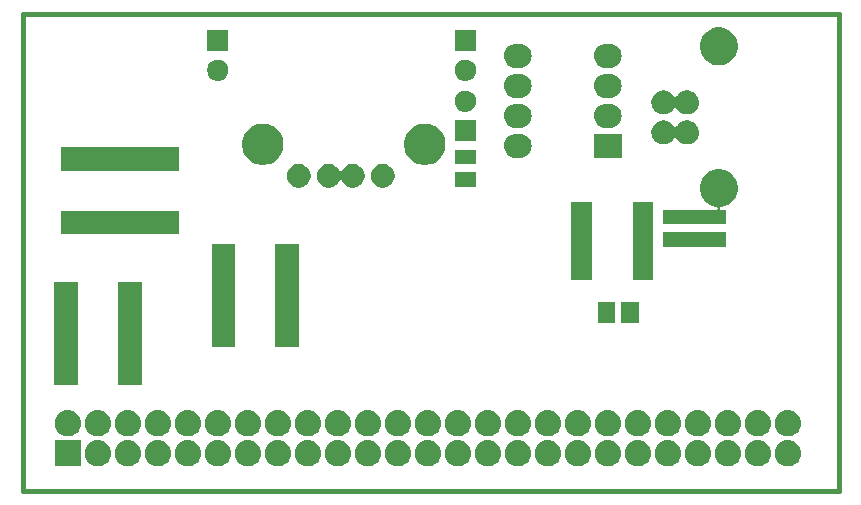
<source format=gts>
G04 #@! TF.GenerationSoftware,KiCad,Pcbnew,5.0.2+dfsg1-1*
G04 #@! TF.CreationDate,2021-08-12T14:43:16+02:00*
G04 #@! TF.ProjectId,ramcard,72616d63-6172-4642-9e6b-696361645f70,rev?*
G04 #@! TF.SameCoordinates,Original*
G04 #@! TF.FileFunction,Soldermask,Top*
G04 #@! TF.FilePolarity,Negative*
%FSLAX46Y46*%
G04 Gerber Fmt 4.6, Leading zero omitted, Abs format (unit mm)*
G04 Created by KiCad (PCBNEW 5.0.2+dfsg1-1) date jeu. 12 août 2021 14:43:16 CEST*
%MOMM*%
%LPD*%
G01*
G04 APERTURE LIST*
%ADD10C,0.381000*%
%ADD11C,0.150000*%
G04 APERTURE END LIST*
D10*
X86868000Y-30099000D02*
X17780000Y-30099000D01*
X86868000Y-70485000D02*
X86868000Y-30099000D01*
X17780000Y-70485000D02*
X86868000Y-70485000D01*
X17780000Y-30099000D02*
X17780000Y-70485000D01*
D11*
G36*
X22707600Y-68427600D02*
X20472400Y-68427600D01*
X20472400Y-66192400D01*
X22707600Y-66192400D01*
X22707600Y-68427600D01*
X22707600Y-68427600D01*
G37*
G36*
X54719629Y-66197790D02*
X54829088Y-66208571D01*
X54984940Y-66255849D01*
X55039760Y-66272478D01*
X55233910Y-66376253D01*
X55404086Y-66515914D01*
X55543747Y-66686090D01*
X55647522Y-66880240D01*
X55647523Y-66880244D01*
X55711429Y-67090912D01*
X55733007Y-67310000D01*
X55711429Y-67529088D01*
X55664151Y-67684940D01*
X55647522Y-67739760D01*
X55543747Y-67933910D01*
X55404086Y-68104086D01*
X55233910Y-68243747D01*
X55039760Y-68347522D01*
X54984940Y-68364151D01*
X54829088Y-68411429D01*
X54719629Y-68422210D01*
X54664900Y-68427600D01*
X54555100Y-68427600D01*
X54500371Y-68422210D01*
X54390912Y-68411429D01*
X54235060Y-68364151D01*
X54180240Y-68347522D01*
X53986090Y-68243747D01*
X53815914Y-68104086D01*
X53676253Y-67933910D01*
X53572478Y-67739760D01*
X53555849Y-67684940D01*
X53508571Y-67529088D01*
X53486993Y-67310000D01*
X53508571Y-67090912D01*
X53572477Y-66880244D01*
X53572478Y-66880240D01*
X53676253Y-66686090D01*
X53815914Y-66515914D01*
X53986090Y-66376253D01*
X54180240Y-66272478D01*
X54235060Y-66255849D01*
X54390912Y-66208571D01*
X54500371Y-66197790D01*
X54555100Y-66192400D01*
X54664900Y-66192400D01*
X54719629Y-66197790D01*
X54719629Y-66197790D01*
G37*
G36*
X67419629Y-66197790D02*
X67529088Y-66208571D01*
X67684940Y-66255849D01*
X67739760Y-66272478D01*
X67933910Y-66376253D01*
X68104086Y-66515914D01*
X68243747Y-66686090D01*
X68347522Y-66880240D01*
X68347523Y-66880244D01*
X68411429Y-67090912D01*
X68433007Y-67310000D01*
X68411429Y-67529088D01*
X68364151Y-67684940D01*
X68347522Y-67739760D01*
X68243747Y-67933910D01*
X68104086Y-68104086D01*
X67933910Y-68243747D01*
X67739760Y-68347522D01*
X67684940Y-68364151D01*
X67529088Y-68411429D01*
X67419629Y-68422210D01*
X67364900Y-68427600D01*
X67255100Y-68427600D01*
X67200371Y-68422210D01*
X67090912Y-68411429D01*
X66935060Y-68364151D01*
X66880240Y-68347522D01*
X66686090Y-68243747D01*
X66515914Y-68104086D01*
X66376253Y-67933910D01*
X66272478Y-67739760D01*
X66255849Y-67684940D01*
X66208571Y-67529088D01*
X66186993Y-67310000D01*
X66208571Y-67090912D01*
X66272477Y-66880244D01*
X66272478Y-66880240D01*
X66376253Y-66686090D01*
X66515914Y-66515914D01*
X66686090Y-66376253D01*
X66880240Y-66272478D01*
X66935060Y-66255849D01*
X67090912Y-66208571D01*
X67200371Y-66197790D01*
X67255100Y-66192400D01*
X67364900Y-66192400D01*
X67419629Y-66197790D01*
X67419629Y-66197790D01*
G37*
G36*
X69959629Y-66197790D02*
X70069088Y-66208571D01*
X70224940Y-66255849D01*
X70279760Y-66272478D01*
X70473910Y-66376253D01*
X70644086Y-66515914D01*
X70783747Y-66686090D01*
X70887522Y-66880240D01*
X70887523Y-66880244D01*
X70951429Y-67090912D01*
X70973007Y-67310000D01*
X70951429Y-67529088D01*
X70904151Y-67684940D01*
X70887522Y-67739760D01*
X70783747Y-67933910D01*
X70644086Y-68104086D01*
X70473910Y-68243747D01*
X70279760Y-68347522D01*
X70224940Y-68364151D01*
X70069088Y-68411429D01*
X69959629Y-68422210D01*
X69904900Y-68427600D01*
X69795100Y-68427600D01*
X69740371Y-68422210D01*
X69630912Y-68411429D01*
X69475060Y-68364151D01*
X69420240Y-68347522D01*
X69226090Y-68243747D01*
X69055914Y-68104086D01*
X68916253Y-67933910D01*
X68812478Y-67739760D01*
X68795849Y-67684940D01*
X68748571Y-67529088D01*
X68726993Y-67310000D01*
X68748571Y-67090912D01*
X68812477Y-66880244D01*
X68812478Y-66880240D01*
X68916253Y-66686090D01*
X69055914Y-66515914D01*
X69226090Y-66376253D01*
X69420240Y-66272478D01*
X69475060Y-66255849D01*
X69630912Y-66208571D01*
X69740371Y-66197790D01*
X69795100Y-66192400D01*
X69904900Y-66192400D01*
X69959629Y-66197790D01*
X69959629Y-66197790D01*
G37*
G36*
X72499629Y-66197790D02*
X72609088Y-66208571D01*
X72764940Y-66255849D01*
X72819760Y-66272478D01*
X73013910Y-66376253D01*
X73184086Y-66515914D01*
X73323747Y-66686090D01*
X73427522Y-66880240D01*
X73427523Y-66880244D01*
X73491429Y-67090912D01*
X73513007Y-67310000D01*
X73491429Y-67529088D01*
X73444151Y-67684940D01*
X73427522Y-67739760D01*
X73323747Y-67933910D01*
X73184086Y-68104086D01*
X73013910Y-68243747D01*
X72819760Y-68347522D01*
X72764940Y-68364151D01*
X72609088Y-68411429D01*
X72499629Y-68422210D01*
X72444900Y-68427600D01*
X72335100Y-68427600D01*
X72280371Y-68422210D01*
X72170912Y-68411429D01*
X72015060Y-68364151D01*
X71960240Y-68347522D01*
X71766090Y-68243747D01*
X71595914Y-68104086D01*
X71456253Y-67933910D01*
X71352478Y-67739760D01*
X71335849Y-67684940D01*
X71288571Y-67529088D01*
X71266993Y-67310000D01*
X71288571Y-67090912D01*
X71352477Y-66880244D01*
X71352478Y-66880240D01*
X71456253Y-66686090D01*
X71595914Y-66515914D01*
X71766090Y-66376253D01*
X71960240Y-66272478D01*
X72015060Y-66255849D01*
X72170912Y-66208571D01*
X72280371Y-66197790D01*
X72335100Y-66192400D01*
X72444900Y-66192400D01*
X72499629Y-66197790D01*
X72499629Y-66197790D01*
G37*
G36*
X64879629Y-66197790D02*
X64989088Y-66208571D01*
X65144940Y-66255849D01*
X65199760Y-66272478D01*
X65393910Y-66376253D01*
X65564086Y-66515914D01*
X65703747Y-66686090D01*
X65807522Y-66880240D01*
X65807523Y-66880244D01*
X65871429Y-67090912D01*
X65893007Y-67310000D01*
X65871429Y-67529088D01*
X65824151Y-67684940D01*
X65807522Y-67739760D01*
X65703747Y-67933910D01*
X65564086Y-68104086D01*
X65393910Y-68243747D01*
X65199760Y-68347522D01*
X65144940Y-68364151D01*
X64989088Y-68411429D01*
X64879629Y-68422210D01*
X64824900Y-68427600D01*
X64715100Y-68427600D01*
X64660371Y-68422210D01*
X64550912Y-68411429D01*
X64395060Y-68364151D01*
X64340240Y-68347522D01*
X64146090Y-68243747D01*
X63975914Y-68104086D01*
X63836253Y-67933910D01*
X63732478Y-67739760D01*
X63715849Y-67684940D01*
X63668571Y-67529088D01*
X63646993Y-67310000D01*
X63668571Y-67090912D01*
X63732477Y-66880244D01*
X63732478Y-66880240D01*
X63836253Y-66686090D01*
X63975914Y-66515914D01*
X64146090Y-66376253D01*
X64340240Y-66272478D01*
X64395060Y-66255849D01*
X64550912Y-66208571D01*
X64660371Y-66197790D01*
X64715100Y-66192400D01*
X64824900Y-66192400D01*
X64879629Y-66197790D01*
X64879629Y-66197790D01*
G37*
G36*
X75039629Y-66197790D02*
X75149088Y-66208571D01*
X75304940Y-66255849D01*
X75359760Y-66272478D01*
X75553910Y-66376253D01*
X75724086Y-66515914D01*
X75863747Y-66686090D01*
X75967522Y-66880240D01*
X75967523Y-66880244D01*
X76031429Y-67090912D01*
X76053007Y-67310000D01*
X76031429Y-67529088D01*
X75984151Y-67684940D01*
X75967522Y-67739760D01*
X75863747Y-67933910D01*
X75724086Y-68104086D01*
X75553910Y-68243747D01*
X75359760Y-68347522D01*
X75304940Y-68364151D01*
X75149088Y-68411429D01*
X75039629Y-68422210D01*
X74984900Y-68427600D01*
X74875100Y-68427600D01*
X74820371Y-68422210D01*
X74710912Y-68411429D01*
X74555060Y-68364151D01*
X74500240Y-68347522D01*
X74306090Y-68243747D01*
X74135914Y-68104086D01*
X73996253Y-67933910D01*
X73892478Y-67739760D01*
X73875849Y-67684940D01*
X73828571Y-67529088D01*
X73806993Y-67310000D01*
X73828571Y-67090912D01*
X73892477Y-66880244D01*
X73892478Y-66880240D01*
X73996253Y-66686090D01*
X74135914Y-66515914D01*
X74306090Y-66376253D01*
X74500240Y-66272478D01*
X74555060Y-66255849D01*
X74710912Y-66208571D01*
X74820371Y-66197790D01*
X74875100Y-66192400D01*
X74984900Y-66192400D01*
X75039629Y-66197790D01*
X75039629Y-66197790D01*
G37*
G36*
X77579629Y-66197790D02*
X77689088Y-66208571D01*
X77844940Y-66255849D01*
X77899760Y-66272478D01*
X78093910Y-66376253D01*
X78264086Y-66515914D01*
X78403747Y-66686090D01*
X78507522Y-66880240D01*
X78507523Y-66880244D01*
X78571429Y-67090912D01*
X78593007Y-67310000D01*
X78571429Y-67529088D01*
X78524151Y-67684940D01*
X78507522Y-67739760D01*
X78403747Y-67933910D01*
X78264086Y-68104086D01*
X78093910Y-68243747D01*
X77899760Y-68347522D01*
X77844940Y-68364151D01*
X77689088Y-68411429D01*
X77579629Y-68422210D01*
X77524900Y-68427600D01*
X77415100Y-68427600D01*
X77360371Y-68422210D01*
X77250912Y-68411429D01*
X77095060Y-68364151D01*
X77040240Y-68347522D01*
X76846090Y-68243747D01*
X76675914Y-68104086D01*
X76536253Y-67933910D01*
X76432478Y-67739760D01*
X76415849Y-67684940D01*
X76368571Y-67529088D01*
X76346993Y-67310000D01*
X76368571Y-67090912D01*
X76432477Y-66880244D01*
X76432478Y-66880240D01*
X76536253Y-66686090D01*
X76675914Y-66515914D01*
X76846090Y-66376253D01*
X77040240Y-66272478D01*
X77095060Y-66255849D01*
X77250912Y-66208571D01*
X77360371Y-66197790D01*
X77415100Y-66192400D01*
X77524900Y-66192400D01*
X77579629Y-66197790D01*
X77579629Y-66197790D01*
G37*
G36*
X62339629Y-66197790D02*
X62449088Y-66208571D01*
X62604940Y-66255849D01*
X62659760Y-66272478D01*
X62853910Y-66376253D01*
X63024086Y-66515914D01*
X63163747Y-66686090D01*
X63267522Y-66880240D01*
X63267523Y-66880244D01*
X63331429Y-67090912D01*
X63353007Y-67310000D01*
X63331429Y-67529088D01*
X63284151Y-67684940D01*
X63267522Y-67739760D01*
X63163747Y-67933910D01*
X63024086Y-68104086D01*
X62853910Y-68243747D01*
X62659760Y-68347522D01*
X62604940Y-68364151D01*
X62449088Y-68411429D01*
X62339629Y-68422210D01*
X62284900Y-68427600D01*
X62175100Y-68427600D01*
X62120371Y-68422210D01*
X62010912Y-68411429D01*
X61855060Y-68364151D01*
X61800240Y-68347522D01*
X61606090Y-68243747D01*
X61435914Y-68104086D01*
X61296253Y-67933910D01*
X61192478Y-67739760D01*
X61175849Y-67684940D01*
X61128571Y-67529088D01*
X61106993Y-67310000D01*
X61128571Y-67090912D01*
X61192477Y-66880244D01*
X61192478Y-66880240D01*
X61296253Y-66686090D01*
X61435914Y-66515914D01*
X61606090Y-66376253D01*
X61800240Y-66272478D01*
X61855060Y-66255849D01*
X62010912Y-66208571D01*
X62120371Y-66197790D01*
X62175100Y-66192400D01*
X62284900Y-66192400D01*
X62339629Y-66197790D01*
X62339629Y-66197790D01*
G37*
G36*
X80119629Y-66197790D02*
X80229088Y-66208571D01*
X80384940Y-66255849D01*
X80439760Y-66272478D01*
X80633910Y-66376253D01*
X80804086Y-66515914D01*
X80943747Y-66686090D01*
X81047522Y-66880240D01*
X81047523Y-66880244D01*
X81111429Y-67090912D01*
X81133007Y-67310000D01*
X81111429Y-67529088D01*
X81064151Y-67684940D01*
X81047522Y-67739760D01*
X80943747Y-67933910D01*
X80804086Y-68104086D01*
X80633910Y-68243747D01*
X80439760Y-68347522D01*
X80384940Y-68364151D01*
X80229088Y-68411429D01*
X80119629Y-68422210D01*
X80064900Y-68427600D01*
X79955100Y-68427600D01*
X79900371Y-68422210D01*
X79790912Y-68411429D01*
X79635060Y-68364151D01*
X79580240Y-68347522D01*
X79386090Y-68243747D01*
X79215914Y-68104086D01*
X79076253Y-67933910D01*
X78972478Y-67739760D01*
X78955849Y-67684940D01*
X78908571Y-67529088D01*
X78886993Y-67310000D01*
X78908571Y-67090912D01*
X78972477Y-66880244D01*
X78972478Y-66880240D01*
X79076253Y-66686090D01*
X79215914Y-66515914D01*
X79386090Y-66376253D01*
X79580240Y-66272478D01*
X79635060Y-66255849D01*
X79790912Y-66208571D01*
X79900371Y-66197790D01*
X79955100Y-66192400D01*
X80064900Y-66192400D01*
X80119629Y-66197790D01*
X80119629Y-66197790D01*
G37*
G36*
X82659629Y-66197790D02*
X82769088Y-66208571D01*
X82924940Y-66255849D01*
X82979760Y-66272478D01*
X83173910Y-66376253D01*
X83344086Y-66515914D01*
X83483747Y-66686090D01*
X83587522Y-66880240D01*
X83587523Y-66880244D01*
X83651429Y-67090912D01*
X83673007Y-67310000D01*
X83651429Y-67529088D01*
X83604151Y-67684940D01*
X83587522Y-67739760D01*
X83483747Y-67933910D01*
X83344086Y-68104086D01*
X83173910Y-68243747D01*
X82979760Y-68347522D01*
X82924940Y-68364151D01*
X82769088Y-68411429D01*
X82659629Y-68422210D01*
X82604900Y-68427600D01*
X82495100Y-68427600D01*
X82440371Y-68422210D01*
X82330912Y-68411429D01*
X82175060Y-68364151D01*
X82120240Y-68347522D01*
X81926090Y-68243747D01*
X81755914Y-68104086D01*
X81616253Y-67933910D01*
X81512478Y-67739760D01*
X81495849Y-67684940D01*
X81448571Y-67529088D01*
X81426993Y-67310000D01*
X81448571Y-67090912D01*
X81512477Y-66880244D01*
X81512478Y-66880240D01*
X81616253Y-66686090D01*
X81755914Y-66515914D01*
X81926090Y-66376253D01*
X82120240Y-66272478D01*
X82175060Y-66255849D01*
X82330912Y-66208571D01*
X82440371Y-66197790D01*
X82495100Y-66192400D01*
X82604900Y-66192400D01*
X82659629Y-66197790D01*
X82659629Y-66197790D01*
G37*
G36*
X59799629Y-66197790D02*
X59909088Y-66208571D01*
X60064940Y-66255849D01*
X60119760Y-66272478D01*
X60313910Y-66376253D01*
X60484086Y-66515914D01*
X60623747Y-66686090D01*
X60727522Y-66880240D01*
X60727523Y-66880244D01*
X60791429Y-67090912D01*
X60813007Y-67310000D01*
X60791429Y-67529088D01*
X60744151Y-67684940D01*
X60727522Y-67739760D01*
X60623747Y-67933910D01*
X60484086Y-68104086D01*
X60313910Y-68243747D01*
X60119760Y-68347522D01*
X60064940Y-68364151D01*
X59909088Y-68411429D01*
X59799629Y-68422210D01*
X59744900Y-68427600D01*
X59635100Y-68427600D01*
X59580371Y-68422210D01*
X59470912Y-68411429D01*
X59315060Y-68364151D01*
X59260240Y-68347522D01*
X59066090Y-68243747D01*
X58895914Y-68104086D01*
X58756253Y-67933910D01*
X58652478Y-67739760D01*
X58635849Y-67684940D01*
X58588571Y-67529088D01*
X58566993Y-67310000D01*
X58588571Y-67090912D01*
X58652477Y-66880244D01*
X58652478Y-66880240D01*
X58756253Y-66686090D01*
X58895914Y-66515914D01*
X59066090Y-66376253D01*
X59260240Y-66272478D01*
X59315060Y-66255849D01*
X59470912Y-66208571D01*
X59580371Y-66197790D01*
X59635100Y-66192400D01*
X59744900Y-66192400D01*
X59799629Y-66197790D01*
X59799629Y-66197790D01*
G37*
G36*
X57259629Y-66197790D02*
X57369088Y-66208571D01*
X57524940Y-66255849D01*
X57579760Y-66272478D01*
X57773910Y-66376253D01*
X57944086Y-66515914D01*
X58083747Y-66686090D01*
X58187522Y-66880240D01*
X58187523Y-66880244D01*
X58251429Y-67090912D01*
X58273007Y-67310000D01*
X58251429Y-67529088D01*
X58204151Y-67684940D01*
X58187522Y-67739760D01*
X58083747Y-67933910D01*
X57944086Y-68104086D01*
X57773910Y-68243747D01*
X57579760Y-68347522D01*
X57524940Y-68364151D01*
X57369088Y-68411429D01*
X57259629Y-68422210D01*
X57204900Y-68427600D01*
X57095100Y-68427600D01*
X57040371Y-68422210D01*
X56930912Y-68411429D01*
X56775060Y-68364151D01*
X56720240Y-68347522D01*
X56526090Y-68243747D01*
X56355914Y-68104086D01*
X56216253Y-67933910D01*
X56112478Y-67739760D01*
X56095849Y-67684940D01*
X56048571Y-67529088D01*
X56026993Y-67310000D01*
X56048571Y-67090912D01*
X56112477Y-66880244D01*
X56112478Y-66880240D01*
X56216253Y-66686090D01*
X56355914Y-66515914D01*
X56526090Y-66376253D01*
X56720240Y-66272478D01*
X56775060Y-66255849D01*
X56930912Y-66208571D01*
X57040371Y-66197790D01*
X57095100Y-66192400D01*
X57204900Y-66192400D01*
X57259629Y-66197790D01*
X57259629Y-66197790D01*
G37*
G36*
X52179629Y-66197790D02*
X52289088Y-66208571D01*
X52444940Y-66255849D01*
X52499760Y-66272478D01*
X52693910Y-66376253D01*
X52864086Y-66515914D01*
X53003747Y-66686090D01*
X53107522Y-66880240D01*
X53107523Y-66880244D01*
X53171429Y-67090912D01*
X53193007Y-67310000D01*
X53171429Y-67529088D01*
X53124151Y-67684940D01*
X53107522Y-67739760D01*
X53003747Y-67933910D01*
X52864086Y-68104086D01*
X52693910Y-68243747D01*
X52499760Y-68347522D01*
X52444940Y-68364151D01*
X52289088Y-68411429D01*
X52179629Y-68422210D01*
X52124900Y-68427600D01*
X52015100Y-68427600D01*
X51960371Y-68422210D01*
X51850912Y-68411429D01*
X51695060Y-68364151D01*
X51640240Y-68347522D01*
X51446090Y-68243747D01*
X51275914Y-68104086D01*
X51136253Y-67933910D01*
X51032478Y-67739760D01*
X51015849Y-67684940D01*
X50968571Y-67529088D01*
X50946993Y-67310000D01*
X50968571Y-67090912D01*
X51032477Y-66880244D01*
X51032478Y-66880240D01*
X51136253Y-66686090D01*
X51275914Y-66515914D01*
X51446090Y-66376253D01*
X51640240Y-66272478D01*
X51695060Y-66255849D01*
X51850912Y-66208571D01*
X51960371Y-66197790D01*
X52015100Y-66192400D01*
X52124900Y-66192400D01*
X52179629Y-66197790D01*
X52179629Y-66197790D01*
G37*
G36*
X31859629Y-66197790D02*
X31969088Y-66208571D01*
X32124940Y-66255849D01*
X32179760Y-66272478D01*
X32373910Y-66376253D01*
X32544086Y-66515914D01*
X32683747Y-66686090D01*
X32787522Y-66880240D01*
X32787523Y-66880244D01*
X32851429Y-67090912D01*
X32873007Y-67310000D01*
X32851429Y-67529088D01*
X32804151Y-67684940D01*
X32787522Y-67739760D01*
X32683747Y-67933910D01*
X32544086Y-68104086D01*
X32373910Y-68243747D01*
X32179760Y-68347522D01*
X32124940Y-68364151D01*
X31969088Y-68411429D01*
X31859629Y-68422210D01*
X31804900Y-68427600D01*
X31695100Y-68427600D01*
X31640371Y-68422210D01*
X31530912Y-68411429D01*
X31375060Y-68364151D01*
X31320240Y-68347522D01*
X31126090Y-68243747D01*
X30955914Y-68104086D01*
X30816253Y-67933910D01*
X30712478Y-67739760D01*
X30695849Y-67684940D01*
X30648571Y-67529088D01*
X30626993Y-67310000D01*
X30648571Y-67090912D01*
X30712477Y-66880244D01*
X30712478Y-66880240D01*
X30816253Y-66686090D01*
X30955914Y-66515914D01*
X31126090Y-66376253D01*
X31320240Y-66272478D01*
X31375060Y-66255849D01*
X31530912Y-66208571D01*
X31640371Y-66197790D01*
X31695100Y-66192400D01*
X31804900Y-66192400D01*
X31859629Y-66197790D01*
X31859629Y-66197790D01*
G37*
G36*
X24239629Y-66197790D02*
X24349088Y-66208571D01*
X24504940Y-66255849D01*
X24559760Y-66272478D01*
X24753910Y-66376253D01*
X24924086Y-66515914D01*
X25063747Y-66686090D01*
X25167522Y-66880240D01*
X25167523Y-66880244D01*
X25231429Y-67090912D01*
X25253007Y-67310000D01*
X25231429Y-67529088D01*
X25184151Y-67684940D01*
X25167522Y-67739760D01*
X25063747Y-67933910D01*
X24924086Y-68104086D01*
X24753910Y-68243747D01*
X24559760Y-68347522D01*
X24504940Y-68364151D01*
X24349088Y-68411429D01*
X24239629Y-68422210D01*
X24184900Y-68427600D01*
X24075100Y-68427600D01*
X24020371Y-68422210D01*
X23910912Y-68411429D01*
X23755060Y-68364151D01*
X23700240Y-68347522D01*
X23506090Y-68243747D01*
X23335914Y-68104086D01*
X23196253Y-67933910D01*
X23092478Y-67739760D01*
X23075849Y-67684940D01*
X23028571Y-67529088D01*
X23006993Y-67310000D01*
X23028571Y-67090912D01*
X23092477Y-66880244D01*
X23092478Y-66880240D01*
X23196253Y-66686090D01*
X23335914Y-66515914D01*
X23506090Y-66376253D01*
X23700240Y-66272478D01*
X23755060Y-66255849D01*
X23910912Y-66208571D01*
X24020371Y-66197790D01*
X24075100Y-66192400D01*
X24184900Y-66192400D01*
X24239629Y-66197790D01*
X24239629Y-66197790D01*
G37*
G36*
X26779629Y-66197790D02*
X26889088Y-66208571D01*
X27044940Y-66255849D01*
X27099760Y-66272478D01*
X27293910Y-66376253D01*
X27464086Y-66515914D01*
X27603747Y-66686090D01*
X27707522Y-66880240D01*
X27707523Y-66880244D01*
X27771429Y-67090912D01*
X27793007Y-67310000D01*
X27771429Y-67529088D01*
X27724151Y-67684940D01*
X27707522Y-67739760D01*
X27603747Y-67933910D01*
X27464086Y-68104086D01*
X27293910Y-68243747D01*
X27099760Y-68347522D01*
X27044940Y-68364151D01*
X26889088Y-68411429D01*
X26779629Y-68422210D01*
X26724900Y-68427600D01*
X26615100Y-68427600D01*
X26560371Y-68422210D01*
X26450912Y-68411429D01*
X26295060Y-68364151D01*
X26240240Y-68347522D01*
X26046090Y-68243747D01*
X25875914Y-68104086D01*
X25736253Y-67933910D01*
X25632478Y-67739760D01*
X25615849Y-67684940D01*
X25568571Y-67529088D01*
X25546993Y-67310000D01*
X25568571Y-67090912D01*
X25632477Y-66880244D01*
X25632478Y-66880240D01*
X25736253Y-66686090D01*
X25875914Y-66515914D01*
X26046090Y-66376253D01*
X26240240Y-66272478D01*
X26295060Y-66255849D01*
X26450912Y-66208571D01*
X26560371Y-66197790D01*
X26615100Y-66192400D01*
X26724900Y-66192400D01*
X26779629Y-66197790D01*
X26779629Y-66197790D01*
G37*
G36*
X29319629Y-66197790D02*
X29429088Y-66208571D01*
X29584940Y-66255849D01*
X29639760Y-66272478D01*
X29833910Y-66376253D01*
X30004086Y-66515914D01*
X30143747Y-66686090D01*
X30247522Y-66880240D01*
X30247523Y-66880244D01*
X30311429Y-67090912D01*
X30333007Y-67310000D01*
X30311429Y-67529088D01*
X30264151Y-67684940D01*
X30247522Y-67739760D01*
X30143747Y-67933910D01*
X30004086Y-68104086D01*
X29833910Y-68243747D01*
X29639760Y-68347522D01*
X29584940Y-68364151D01*
X29429088Y-68411429D01*
X29319629Y-68422210D01*
X29264900Y-68427600D01*
X29155100Y-68427600D01*
X29100371Y-68422210D01*
X28990912Y-68411429D01*
X28835060Y-68364151D01*
X28780240Y-68347522D01*
X28586090Y-68243747D01*
X28415914Y-68104086D01*
X28276253Y-67933910D01*
X28172478Y-67739760D01*
X28155849Y-67684940D01*
X28108571Y-67529088D01*
X28086993Y-67310000D01*
X28108571Y-67090912D01*
X28172477Y-66880244D01*
X28172478Y-66880240D01*
X28276253Y-66686090D01*
X28415914Y-66515914D01*
X28586090Y-66376253D01*
X28780240Y-66272478D01*
X28835060Y-66255849D01*
X28990912Y-66208571D01*
X29100371Y-66197790D01*
X29155100Y-66192400D01*
X29264900Y-66192400D01*
X29319629Y-66197790D01*
X29319629Y-66197790D01*
G37*
G36*
X34399629Y-66197790D02*
X34509088Y-66208571D01*
X34664940Y-66255849D01*
X34719760Y-66272478D01*
X34913910Y-66376253D01*
X35084086Y-66515914D01*
X35223747Y-66686090D01*
X35327522Y-66880240D01*
X35327523Y-66880244D01*
X35391429Y-67090912D01*
X35413007Y-67310000D01*
X35391429Y-67529088D01*
X35344151Y-67684940D01*
X35327522Y-67739760D01*
X35223747Y-67933910D01*
X35084086Y-68104086D01*
X34913910Y-68243747D01*
X34719760Y-68347522D01*
X34664940Y-68364151D01*
X34509088Y-68411429D01*
X34399629Y-68422210D01*
X34344900Y-68427600D01*
X34235100Y-68427600D01*
X34180371Y-68422210D01*
X34070912Y-68411429D01*
X33915060Y-68364151D01*
X33860240Y-68347522D01*
X33666090Y-68243747D01*
X33495914Y-68104086D01*
X33356253Y-67933910D01*
X33252478Y-67739760D01*
X33235849Y-67684940D01*
X33188571Y-67529088D01*
X33166993Y-67310000D01*
X33188571Y-67090912D01*
X33252477Y-66880244D01*
X33252478Y-66880240D01*
X33356253Y-66686090D01*
X33495914Y-66515914D01*
X33666090Y-66376253D01*
X33860240Y-66272478D01*
X33915060Y-66255849D01*
X34070912Y-66208571D01*
X34180371Y-66197790D01*
X34235100Y-66192400D01*
X34344900Y-66192400D01*
X34399629Y-66197790D01*
X34399629Y-66197790D01*
G37*
G36*
X36939629Y-66197790D02*
X37049088Y-66208571D01*
X37204940Y-66255849D01*
X37259760Y-66272478D01*
X37453910Y-66376253D01*
X37624086Y-66515914D01*
X37763747Y-66686090D01*
X37867522Y-66880240D01*
X37867523Y-66880244D01*
X37931429Y-67090912D01*
X37953007Y-67310000D01*
X37931429Y-67529088D01*
X37884151Y-67684940D01*
X37867522Y-67739760D01*
X37763747Y-67933910D01*
X37624086Y-68104086D01*
X37453910Y-68243747D01*
X37259760Y-68347522D01*
X37204940Y-68364151D01*
X37049088Y-68411429D01*
X36939629Y-68422210D01*
X36884900Y-68427600D01*
X36775100Y-68427600D01*
X36720371Y-68422210D01*
X36610912Y-68411429D01*
X36455060Y-68364151D01*
X36400240Y-68347522D01*
X36206090Y-68243747D01*
X36035914Y-68104086D01*
X35896253Y-67933910D01*
X35792478Y-67739760D01*
X35775849Y-67684940D01*
X35728571Y-67529088D01*
X35706993Y-67310000D01*
X35728571Y-67090912D01*
X35792477Y-66880244D01*
X35792478Y-66880240D01*
X35896253Y-66686090D01*
X36035914Y-66515914D01*
X36206090Y-66376253D01*
X36400240Y-66272478D01*
X36455060Y-66255849D01*
X36610912Y-66208571D01*
X36720371Y-66197790D01*
X36775100Y-66192400D01*
X36884900Y-66192400D01*
X36939629Y-66197790D01*
X36939629Y-66197790D01*
G37*
G36*
X39479629Y-66197790D02*
X39589088Y-66208571D01*
X39744940Y-66255849D01*
X39799760Y-66272478D01*
X39993910Y-66376253D01*
X40164086Y-66515914D01*
X40303747Y-66686090D01*
X40407522Y-66880240D01*
X40407523Y-66880244D01*
X40471429Y-67090912D01*
X40493007Y-67310000D01*
X40471429Y-67529088D01*
X40424151Y-67684940D01*
X40407522Y-67739760D01*
X40303747Y-67933910D01*
X40164086Y-68104086D01*
X39993910Y-68243747D01*
X39799760Y-68347522D01*
X39744940Y-68364151D01*
X39589088Y-68411429D01*
X39479629Y-68422210D01*
X39424900Y-68427600D01*
X39315100Y-68427600D01*
X39260371Y-68422210D01*
X39150912Y-68411429D01*
X38995060Y-68364151D01*
X38940240Y-68347522D01*
X38746090Y-68243747D01*
X38575914Y-68104086D01*
X38436253Y-67933910D01*
X38332478Y-67739760D01*
X38315849Y-67684940D01*
X38268571Y-67529088D01*
X38246993Y-67310000D01*
X38268571Y-67090912D01*
X38332477Y-66880244D01*
X38332478Y-66880240D01*
X38436253Y-66686090D01*
X38575914Y-66515914D01*
X38746090Y-66376253D01*
X38940240Y-66272478D01*
X38995060Y-66255849D01*
X39150912Y-66208571D01*
X39260371Y-66197790D01*
X39315100Y-66192400D01*
X39424900Y-66192400D01*
X39479629Y-66197790D01*
X39479629Y-66197790D01*
G37*
G36*
X42019629Y-66197790D02*
X42129088Y-66208571D01*
X42284940Y-66255849D01*
X42339760Y-66272478D01*
X42533910Y-66376253D01*
X42704086Y-66515914D01*
X42843747Y-66686090D01*
X42947522Y-66880240D01*
X42947523Y-66880244D01*
X43011429Y-67090912D01*
X43033007Y-67310000D01*
X43011429Y-67529088D01*
X42964151Y-67684940D01*
X42947522Y-67739760D01*
X42843747Y-67933910D01*
X42704086Y-68104086D01*
X42533910Y-68243747D01*
X42339760Y-68347522D01*
X42284940Y-68364151D01*
X42129088Y-68411429D01*
X42019629Y-68422210D01*
X41964900Y-68427600D01*
X41855100Y-68427600D01*
X41800371Y-68422210D01*
X41690912Y-68411429D01*
X41535060Y-68364151D01*
X41480240Y-68347522D01*
X41286090Y-68243747D01*
X41115914Y-68104086D01*
X40976253Y-67933910D01*
X40872478Y-67739760D01*
X40855849Y-67684940D01*
X40808571Y-67529088D01*
X40786993Y-67310000D01*
X40808571Y-67090912D01*
X40872477Y-66880244D01*
X40872478Y-66880240D01*
X40976253Y-66686090D01*
X41115914Y-66515914D01*
X41286090Y-66376253D01*
X41480240Y-66272478D01*
X41535060Y-66255849D01*
X41690912Y-66208571D01*
X41800371Y-66197790D01*
X41855100Y-66192400D01*
X41964900Y-66192400D01*
X42019629Y-66197790D01*
X42019629Y-66197790D01*
G37*
G36*
X44559629Y-66197790D02*
X44669088Y-66208571D01*
X44824940Y-66255849D01*
X44879760Y-66272478D01*
X45073910Y-66376253D01*
X45244086Y-66515914D01*
X45383747Y-66686090D01*
X45487522Y-66880240D01*
X45487523Y-66880244D01*
X45551429Y-67090912D01*
X45573007Y-67310000D01*
X45551429Y-67529088D01*
X45504151Y-67684940D01*
X45487522Y-67739760D01*
X45383747Y-67933910D01*
X45244086Y-68104086D01*
X45073910Y-68243747D01*
X44879760Y-68347522D01*
X44824940Y-68364151D01*
X44669088Y-68411429D01*
X44559629Y-68422210D01*
X44504900Y-68427600D01*
X44395100Y-68427600D01*
X44340371Y-68422210D01*
X44230912Y-68411429D01*
X44075060Y-68364151D01*
X44020240Y-68347522D01*
X43826090Y-68243747D01*
X43655914Y-68104086D01*
X43516253Y-67933910D01*
X43412478Y-67739760D01*
X43395849Y-67684940D01*
X43348571Y-67529088D01*
X43326993Y-67310000D01*
X43348571Y-67090912D01*
X43412477Y-66880244D01*
X43412478Y-66880240D01*
X43516253Y-66686090D01*
X43655914Y-66515914D01*
X43826090Y-66376253D01*
X44020240Y-66272478D01*
X44075060Y-66255849D01*
X44230912Y-66208571D01*
X44340371Y-66197790D01*
X44395100Y-66192400D01*
X44504900Y-66192400D01*
X44559629Y-66197790D01*
X44559629Y-66197790D01*
G37*
G36*
X47099629Y-66197790D02*
X47209088Y-66208571D01*
X47364940Y-66255849D01*
X47419760Y-66272478D01*
X47613910Y-66376253D01*
X47784086Y-66515914D01*
X47923747Y-66686090D01*
X48027522Y-66880240D01*
X48027523Y-66880244D01*
X48091429Y-67090912D01*
X48113007Y-67310000D01*
X48091429Y-67529088D01*
X48044151Y-67684940D01*
X48027522Y-67739760D01*
X47923747Y-67933910D01*
X47784086Y-68104086D01*
X47613910Y-68243747D01*
X47419760Y-68347522D01*
X47364940Y-68364151D01*
X47209088Y-68411429D01*
X47099629Y-68422210D01*
X47044900Y-68427600D01*
X46935100Y-68427600D01*
X46880371Y-68422210D01*
X46770912Y-68411429D01*
X46615060Y-68364151D01*
X46560240Y-68347522D01*
X46366090Y-68243747D01*
X46195914Y-68104086D01*
X46056253Y-67933910D01*
X45952478Y-67739760D01*
X45935849Y-67684940D01*
X45888571Y-67529088D01*
X45866993Y-67310000D01*
X45888571Y-67090912D01*
X45952477Y-66880244D01*
X45952478Y-66880240D01*
X46056253Y-66686090D01*
X46195914Y-66515914D01*
X46366090Y-66376253D01*
X46560240Y-66272478D01*
X46615060Y-66255849D01*
X46770912Y-66208571D01*
X46880371Y-66197790D01*
X46935100Y-66192400D01*
X47044900Y-66192400D01*
X47099629Y-66197790D01*
X47099629Y-66197790D01*
G37*
G36*
X49639629Y-66197790D02*
X49749088Y-66208571D01*
X49904940Y-66255849D01*
X49959760Y-66272478D01*
X50153910Y-66376253D01*
X50324086Y-66515914D01*
X50463747Y-66686090D01*
X50567522Y-66880240D01*
X50567523Y-66880244D01*
X50631429Y-67090912D01*
X50653007Y-67310000D01*
X50631429Y-67529088D01*
X50584151Y-67684940D01*
X50567522Y-67739760D01*
X50463747Y-67933910D01*
X50324086Y-68104086D01*
X50153910Y-68243747D01*
X49959760Y-68347522D01*
X49904940Y-68364151D01*
X49749088Y-68411429D01*
X49639629Y-68422210D01*
X49584900Y-68427600D01*
X49475100Y-68427600D01*
X49420371Y-68422210D01*
X49310912Y-68411429D01*
X49155060Y-68364151D01*
X49100240Y-68347522D01*
X48906090Y-68243747D01*
X48735914Y-68104086D01*
X48596253Y-67933910D01*
X48492478Y-67739760D01*
X48475849Y-67684940D01*
X48428571Y-67529088D01*
X48406993Y-67310000D01*
X48428571Y-67090912D01*
X48492477Y-66880244D01*
X48492478Y-66880240D01*
X48596253Y-66686090D01*
X48735914Y-66515914D01*
X48906090Y-66376253D01*
X49100240Y-66272478D01*
X49155060Y-66255849D01*
X49310912Y-66208571D01*
X49420371Y-66197790D01*
X49475100Y-66192400D01*
X49584900Y-66192400D01*
X49639629Y-66197790D01*
X49639629Y-66197790D01*
G37*
G36*
X49639629Y-63657790D02*
X49749088Y-63668571D01*
X49904940Y-63715849D01*
X49959760Y-63732478D01*
X50153910Y-63836253D01*
X50324086Y-63975914D01*
X50463747Y-64146090D01*
X50567522Y-64340240D01*
X50567523Y-64340244D01*
X50631429Y-64550912D01*
X50653007Y-64770000D01*
X50631429Y-64989088D01*
X50584151Y-65144940D01*
X50567522Y-65199760D01*
X50463747Y-65393910D01*
X50324086Y-65564086D01*
X50153910Y-65703747D01*
X49959760Y-65807522D01*
X49904940Y-65824151D01*
X49749088Y-65871429D01*
X49639629Y-65882210D01*
X49584900Y-65887600D01*
X49475100Y-65887600D01*
X49420371Y-65882210D01*
X49310912Y-65871429D01*
X49155060Y-65824151D01*
X49100240Y-65807522D01*
X48906090Y-65703747D01*
X48735914Y-65564086D01*
X48596253Y-65393910D01*
X48492478Y-65199760D01*
X48475849Y-65144940D01*
X48428571Y-64989088D01*
X48406993Y-64770000D01*
X48428571Y-64550912D01*
X48492477Y-64340244D01*
X48492478Y-64340240D01*
X48596253Y-64146090D01*
X48735914Y-63975914D01*
X48906090Y-63836253D01*
X49100240Y-63732478D01*
X49155060Y-63715849D01*
X49310912Y-63668571D01*
X49420371Y-63657790D01*
X49475100Y-63652400D01*
X49584900Y-63652400D01*
X49639629Y-63657790D01*
X49639629Y-63657790D01*
G37*
G36*
X36939629Y-63657790D02*
X37049088Y-63668571D01*
X37204940Y-63715849D01*
X37259760Y-63732478D01*
X37453910Y-63836253D01*
X37624086Y-63975914D01*
X37763747Y-64146090D01*
X37867522Y-64340240D01*
X37867523Y-64340244D01*
X37931429Y-64550912D01*
X37953007Y-64770000D01*
X37931429Y-64989088D01*
X37884151Y-65144940D01*
X37867522Y-65199760D01*
X37763747Y-65393910D01*
X37624086Y-65564086D01*
X37453910Y-65703747D01*
X37259760Y-65807522D01*
X37204940Y-65824151D01*
X37049088Y-65871429D01*
X36939629Y-65882210D01*
X36884900Y-65887600D01*
X36775100Y-65887600D01*
X36720371Y-65882210D01*
X36610912Y-65871429D01*
X36455060Y-65824151D01*
X36400240Y-65807522D01*
X36206090Y-65703747D01*
X36035914Y-65564086D01*
X35896253Y-65393910D01*
X35792478Y-65199760D01*
X35775849Y-65144940D01*
X35728571Y-64989088D01*
X35706993Y-64770000D01*
X35728571Y-64550912D01*
X35792477Y-64340244D01*
X35792478Y-64340240D01*
X35896253Y-64146090D01*
X36035914Y-63975914D01*
X36206090Y-63836253D01*
X36400240Y-63732478D01*
X36455060Y-63715849D01*
X36610912Y-63668571D01*
X36720371Y-63657790D01*
X36775100Y-63652400D01*
X36884900Y-63652400D01*
X36939629Y-63657790D01*
X36939629Y-63657790D01*
G37*
G36*
X47099629Y-63657790D02*
X47209088Y-63668571D01*
X47364940Y-63715849D01*
X47419760Y-63732478D01*
X47613910Y-63836253D01*
X47784086Y-63975914D01*
X47923747Y-64146090D01*
X48027522Y-64340240D01*
X48027523Y-64340244D01*
X48091429Y-64550912D01*
X48113007Y-64770000D01*
X48091429Y-64989088D01*
X48044151Y-65144940D01*
X48027522Y-65199760D01*
X47923747Y-65393910D01*
X47784086Y-65564086D01*
X47613910Y-65703747D01*
X47419760Y-65807522D01*
X47364940Y-65824151D01*
X47209088Y-65871429D01*
X47099629Y-65882210D01*
X47044900Y-65887600D01*
X46935100Y-65887600D01*
X46880371Y-65882210D01*
X46770912Y-65871429D01*
X46615060Y-65824151D01*
X46560240Y-65807522D01*
X46366090Y-65703747D01*
X46195914Y-65564086D01*
X46056253Y-65393910D01*
X45952478Y-65199760D01*
X45935849Y-65144940D01*
X45888571Y-64989088D01*
X45866993Y-64770000D01*
X45888571Y-64550912D01*
X45952477Y-64340244D01*
X45952478Y-64340240D01*
X46056253Y-64146090D01*
X46195914Y-63975914D01*
X46366090Y-63836253D01*
X46560240Y-63732478D01*
X46615060Y-63715849D01*
X46770912Y-63668571D01*
X46880371Y-63657790D01*
X46935100Y-63652400D01*
X47044900Y-63652400D01*
X47099629Y-63657790D01*
X47099629Y-63657790D01*
G37*
G36*
X44559629Y-63657790D02*
X44669088Y-63668571D01*
X44824940Y-63715849D01*
X44879760Y-63732478D01*
X45073910Y-63836253D01*
X45244086Y-63975914D01*
X45383747Y-64146090D01*
X45487522Y-64340240D01*
X45487523Y-64340244D01*
X45551429Y-64550912D01*
X45573007Y-64770000D01*
X45551429Y-64989088D01*
X45504151Y-65144940D01*
X45487522Y-65199760D01*
X45383747Y-65393910D01*
X45244086Y-65564086D01*
X45073910Y-65703747D01*
X44879760Y-65807522D01*
X44824940Y-65824151D01*
X44669088Y-65871429D01*
X44559629Y-65882210D01*
X44504900Y-65887600D01*
X44395100Y-65887600D01*
X44340371Y-65882210D01*
X44230912Y-65871429D01*
X44075060Y-65824151D01*
X44020240Y-65807522D01*
X43826090Y-65703747D01*
X43655914Y-65564086D01*
X43516253Y-65393910D01*
X43412478Y-65199760D01*
X43395849Y-65144940D01*
X43348571Y-64989088D01*
X43326993Y-64770000D01*
X43348571Y-64550912D01*
X43412477Y-64340244D01*
X43412478Y-64340240D01*
X43516253Y-64146090D01*
X43655914Y-63975914D01*
X43826090Y-63836253D01*
X44020240Y-63732478D01*
X44075060Y-63715849D01*
X44230912Y-63668571D01*
X44340371Y-63657790D01*
X44395100Y-63652400D01*
X44504900Y-63652400D01*
X44559629Y-63657790D01*
X44559629Y-63657790D01*
G37*
G36*
X39479629Y-63657790D02*
X39589088Y-63668571D01*
X39744940Y-63715849D01*
X39799760Y-63732478D01*
X39993910Y-63836253D01*
X40164086Y-63975914D01*
X40303747Y-64146090D01*
X40407522Y-64340240D01*
X40407523Y-64340244D01*
X40471429Y-64550912D01*
X40493007Y-64770000D01*
X40471429Y-64989088D01*
X40424151Y-65144940D01*
X40407522Y-65199760D01*
X40303747Y-65393910D01*
X40164086Y-65564086D01*
X39993910Y-65703747D01*
X39799760Y-65807522D01*
X39744940Y-65824151D01*
X39589088Y-65871429D01*
X39479629Y-65882210D01*
X39424900Y-65887600D01*
X39315100Y-65887600D01*
X39260371Y-65882210D01*
X39150912Y-65871429D01*
X38995060Y-65824151D01*
X38940240Y-65807522D01*
X38746090Y-65703747D01*
X38575914Y-65564086D01*
X38436253Y-65393910D01*
X38332478Y-65199760D01*
X38315849Y-65144940D01*
X38268571Y-64989088D01*
X38246993Y-64770000D01*
X38268571Y-64550912D01*
X38332477Y-64340244D01*
X38332478Y-64340240D01*
X38436253Y-64146090D01*
X38575914Y-63975914D01*
X38746090Y-63836253D01*
X38940240Y-63732478D01*
X38995060Y-63715849D01*
X39150912Y-63668571D01*
X39260371Y-63657790D01*
X39315100Y-63652400D01*
X39424900Y-63652400D01*
X39479629Y-63657790D01*
X39479629Y-63657790D01*
G37*
G36*
X42019629Y-63657790D02*
X42129088Y-63668571D01*
X42284940Y-63715849D01*
X42339760Y-63732478D01*
X42533910Y-63836253D01*
X42704086Y-63975914D01*
X42843747Y-64146090D01*
X42947522Y-64340240D01*
X42947523Y-64340244D01*
X43011429Y-64550912D01*
X43033007Y-64770000D01*
X43011429Y-64989088D01*
X42964151Y-65144940D01*
X42947522Y-65199760D01*
X42843747Y-65393910D01*
X42704086Y-65564086D01*
X42533910Y-65703747D01*
X42339760Y-65807522D01*
X42284940Y-65824151D01*
X42129088Y-65871429D01*
X42019629Y-65882210D01*
X41964900Y-65887600D01*
X41855100Y-65887600D01*
X41800371Y-65882210D01*
X41690912Y-65871429D01*
X41535060Y-65824151D01*
X41480240Y-65807522D01*
X41286090Y-65703747D01*
X41115914Y-65564086D01*
X40976253Y-65393910D01*
X40872478Y-65199760D01*
X40855849Y-65144940D01*
X40808571Y-64989088D01*
X40786993Y-64770000D01*
X40808571Y-64550912D01*
X40872477Y-64340244D01*
X40872478Y-64340240D01*
X40976253Y-64146090D01*
X41115914Y-63975914D01*
X41286090Y-63836253D01*
X41480240Y-63732478D01*
X41535060Y-63715849D01*
X41690912Y-63668571D01*
X41800371Y-63657790D01*
X41855100Y-63652400D01*
X41964900Y-63652400D01*
X42019629Y-63657790D01*
X42019629Y-63657790D01*
G37*
G36*
X69959629Y-63657790D02*
X70069088Y-63668571D01*
X70224940Y-63715849D01*
X70279760Y-63732478D01*
X70473910Y-63836253D01*
X70644086Y-63975914D01*
X70783747Y-64146090D01*
X70887522Y-64340240D01*
X70887523Y-64340244D01*
X70951429Y-64550912D01*
X70973007Y-64770000D01*
X70951429Y-64989088D01*
X70904151Y-65144940D01*
X70887522Y-65199760D01*
X70783747Y-65393910D01*
X70644086Y-65564086D01*
X70473910Y-65703747D01*
X70279760Y-65807522D01*
X70224940Y-65824151D01*
X70069088Y-65871429D01*
X69959629Y-65882210D01*
X69904900Y-65887600D01*
X69795100Y-65887600D01*
X69740371Y-65882210D01*
X69630912Y-65871429D01*
X69475060Y-65824151D01*
X69420240Y-65807522D01*
X69226090Y-65703747D01*
X69055914Y-65564086D01*
X68916253Y-65393910D01*
X68812478Y-65199760D01*
X68795849Y-65144940D01*
X68748571Y-64989088D01*
X68726993Y-64770000D01*
X68748571Y-64550912D01*
X68812477Y-64340244D01*
X68812478Y-64340240D01*
X68916253Y-64146090D01*
X69055914Y-63975914D01*
X69226090Y-63836253D01*
X69420240Y-63732478D01*
X69475060Y-63715849D01*
X69630912Y-63668571D01*
X69740371Y-63657790D01*
X69795100Y-63652400D01*
X69904900Y-63652400D01*
X69959629Y-63657790D01*
X69959629Y-63657790D01*
G37*
G36*
X67419629Y-63657790D02*
X67529088Y-63668571D01*
X67684940Y-63715849D01*
X67739760Y-63732478D01*
X67933910Y-63836253D01*
X68104086Y-63975914D01*
X68243747Y-64146090D01*
X68347522Y-64340240D01*
X68347523Y-64340244D01*
X68411429Y-64550912D01*
X68433007Y-64770000D01*
X68411429Y-64989088D01*
X68364151Y-65144940D01*
X68347522Y-65199760D01*
X68243747Y-65393910D01*
X68104086Y-65564086D01*
X67933910Y-65703747D01*
X67739760Y-65807522D01*
X67684940Y-65824151D01*
X67529088Y-65871429D01*
X67419629Y-65882210D01*
X67364900Y-65887600D01*
X67255100Y-65887600D01*
X67200371Y-65882210D01*
X67090912Y-65871429D01*
X66935060Y-65824151D01*
X66880240Y-65807522D01*
X66686090Y-65703747D01*
X66515914Y-65564086D01*
X66376253Y-65393910D01*
X66272478Y-65199760D01*
X66255849Y-65144940D01*
X66208571Y-64989088D01*
X66186993Y-64770000D01*
X66208571Y-64550912D01*
X66272477Y-64340244D01*
X66272478Y-64340240D01*
X66376253Y-64146090D01*
X66515914Y-63975914D01*
X66686090Y-63836253D01*
X66880240Y-63732478D01*
X66935060Y-63715849D01*
X67090912Y-63668571D01*
X67200371Y-63657790D01*
X67255100Y-63652400D01*
X67364900Y-63652400D01*
X67419629Y-63657790D01*
X67419629Y-63657790D01*
G37*
G36*
X75039629Y-63657790D02*
X75149088Y-63668571D01*
X75304940Y-63715849D01*
X75359760Y-63732478D01*
X75553910Y-63836253D01*
X75724086Y-63975914D01*
X75863747Y-64146090D01*
X75967522Y-64340240D01*
X75967523Y-64340244D01*
X76031429Y-64550912D01*
X76053007Y-64770000D01*
X76031429Y-64989088D01*
X75984151Y-65144940D01*
X75967522Y-65199760D01*
X75863747Y-65393910D01*
X75724086Y-65564086D01*
X75553910Y-65703747D01*
X75359760Y-65807522D01*
X75304940Y-65824151D01*
X75149088Y-65871429D01*
X75039629Y-65882210D01*
X74984900Y-65887600D01*
X74875100Y-65887600D01*
X74820371Y-65882210D01*
X74710912Y-65871429D01*
X74555060Y-65824151D01*
X74500240Y-65807522D01*
X74306090Y-65703747D01*
X74135914Y-65564086D01*
X73996253Y-65393910D01*
X73892478Y-65199760D01*
X73875849Y-65144940D01*
X73828571Y-64989088D01*
X73806993Y-64770000D01*
X73828571Y-64550912D01*
X73892477Y-64340244D01*
X73892478Y-64340240D01*
X73996253Y-64146090D01*
X74135914Y-63975914D01*
X74306090Y-63836253D01*
X74500240Y-63732478D01*
X74555060Y-63715849D01*
X74710912Y-63668571D01*
X74820371Y-63657790D01*
X74875100Y-63652400D01*
X74984900Y-63652400D01*
X75039629Y-63657790D01*
X75039629Y-63657790D01*
G37*
G36*
X77579629Y-63657790D02*
X77689088Y-63668571D01*
X77844940Y-63715849D01*
X77899760Y-63732478D01*
X78093910Y-63836253D01*
X78264086Y-63975914D01*
X78403747Y-64146090D01*
X78507522Y-64340240D01*
X78507523Y-64340244D01*
X78571429Y-64550912D01*
X78593007Y-64770000D01*
X78571429Y-64989088D01*
X78524151Y-65144940D01*
X78507522Y-65199760D01*
X78403747Y-65393910D01*
X78264086Y-65564086D01*
X78093910Y-65703747D01*
X77899760Y-65807522D01*
X77844940Y-65824151D01*
X77689088Y-65871429D01*
X77579629Y-65882210D01*
X77524900Y-65887600D01*
X77415100Y-65887600D01*
X77360371Y-65882210D01*
X77250912Y-65871429D01*
X77095060Y-65824151D01*
X77040240Y-65807522D01*
X76846090Y-65703747D01*
X76675914Y-65564086D01*
X76536253Y-65393910D01*
X76432478Y-65199760D01*
X76415849Y-65144940D01*
X76368571Y-64989088D01*
X76346993Y-64770000D01*
X76368571Y-64550912D01*
X76432477Y-64340244D01*
X76432478Y-64340240D01*
X76536253Y-64146090D01*
X76675914Y-63975914D01*
X76846090Y-63836253D01*
X77040240Y-63732478D01*
X77095060Y-63715849D01*
X77250912Y-63668571D01*
X77360371Y-63657790D01*
X77415100Y-63652400D01*
X77524900Y-63652400D01*
X77579629Y-63657790D01*
X77579629Y-63657790D01*
G37*
G36*
X80119629Y-63657790D02*
X80229088Y-63668571D01*
X80384940Y-63715849D01*
X80439760Y-63732478D01*
X80633910Y-63836253D01*
X80804086Y-63975914D01*
X80943747Y-64146090D01*
X81047522Y-64340240D01*
X81047523Y-64340244D01*
X81111429Y-64550912D01*
X81133007Y-64770000D01*
X81111429Y-64989088D01*
X81064151Y-65144940D01*
X81047522Y-65199760D01*
X80943747Y-65393910D01*
X80804086Y-65564086D01*
X80633910Y-65703747D01*
X80439760Y-65807522D01*
X80384940Y-65824151D01*
X80229088Y-65871429D01*
X80119629Y-65882210D01*
X80064900Y-65887600D01*
X79955100Y-65887600D01*
X79900371Y-65882210D01*
X79790912Y-65871429D01*
X79635060Y-65824151D01*
X79580240Y-65807522D01*
X79386090Y-65703747D01*
X79215914Y-65564086D01*
X79076253Y-65393910D01*
X78972478Y-65199760D01*
X78955849Y-65144940D01*
X78908571Y-64989088D01*
X78886993Y-64770000D01*
X78908571Y-64550912D01*
X78972477Y-64340244D01*
X78972478Y-64340240D01*
X79076253Y-64146090D01*
X79215914Y-63975914D01*
X79386090Y-63836253D01*
X79580240Y-63732478D01*
X79635060Y-63715849D01*
X79790912Y-63668571D01*
X79900371Y-63657790D01*
X79955100Y-63652400D01*
X80064900Y-63652400D01*
X80119629Y-63657790D01*
X80119629Y-63657790D01*
G37*
G36*
X82659629Y-63657790D02*
X82769088Y-63668571D01*
X82924940Y-63715849D01*
X82979760Y-63732478D01*
X83173910Y-63836253D01*
X83344086Y-63975914D01*
X83483747Y-64146090D01*
X83587522Y-64340240D01*
X83587523Y-64340244D01*
X83651429Y-64550912D01*
X83673007Y-64770000D01*
X83651429Y-64989088D01*
X83604151Y-65144940D01*
X83587522Y-65199760D01*
X83483747Y-65393910D01*
X83344086Y-65564086D01*
X83173910Y-65703747D01*
X82979760Y-65807522D01*
X82924940Y-65824151D01*
X82769088Y-65871429D01*
X82659629Y-65882210D01*
X82604900Y-65887600D01*
X82495100Y-65887600D01*
X82440371Y-65882210D01*
X82330912Y-65871429D01*
X82175060Y-65824151D01*
X82120240Y-65807522D01*
X81926090Y-65703747D01*
X81755914Y-65564086D01*
X81616253Y-65393910D01*
X81512478Y-65199760D01*
X81495849Y-65144940D01*
X81448571Y-64989088D01*
X81426993Y-64770000D01*
X81448571Y-64550912D01*
X81512477Y-64340244D01*
X81512478Y-64340240D01*
X81616253Y-64146090D01*
X81755914Y-63975914D01*
X81926090Y-63836253D01*
X82120240Y-63732478D01*
X82175060Y-63715849D01*
X82330912Y-63668571D01*
X82440371Y-63657790D01*
X82495100Y-63652400D01*
X82604900Y-63652400D01*
X82659629Y-63657790D01*
X82659629Y-63657790D01*
G37*
G36*
X34399629Y-63657790D02*
X34509088Y-63668571D01*
X34664940Y-63715849D01*
X34719760Y-63732478D01*
X34913910Y-63836253D01*
X35084086Y-63975914D01*
X35223747Y-64146090D01*
X35327522Y-64340240D01*
X35327523Y-64340244D01*
X35391429Y-64550912D01*
X35413007Y-64770000D01*
X35391429Y-64989088D01*
X35344151Y-65144940D01*
X35327522Y-65199760D01*
X35223747Y-65393910D01*
X35084086Y-65564086D01*
X34913910Y-65703747D01*
X34719760Y-65807522D01*
X34664940Y-65824151D01*
X34509088Y-65871429D01*
X34399629Y-65882210D01*
X34344900Y-65887600D01*
X34235100Y-65887600D01*
X34180371Y-65882210D01*
X34070912Y-65871429D01*
X33915060Y-65824151D01*
X33860240Y-65807522D01*
X33666090Y-65703747D01*
X33495914Y-65564086D01*
X33356253Y-65393910D01*
X33252478Y-65199760D01*
X33235849Y-65144940D01*
X33188571Y-64989088D01*
X33166993Y-64770000D01*
X33188571Y-64550912D01*
X33252477Y-64340244D01*
X33252478Y-64340240D01*
X33356253Y-64146090D01*
X33495914Y-63975914D01*
X33666090Y-63836253D01*
X33860240Y-63732478D01*
X33915060Y-63715849D01*
X34070912Y-63668571D01*
X34180371Y-63657790D01*
X34235100Y-63652400D01*
X34344900Y-63652400D01*
X34399629Y-63657790D01*
X34399629Y-63657790D01*
G37*
G36*
X52179629Y-63657790D02*
X52289088Y-63668571D01*
X52444940Y-63715849D01*
X52499760Y-63732478D01*
X52693910Y-63836253D01*
X52864086Y-63975914D01*
X53003747Y-64146090D01*
X53107522Y-64340240D01*
X53107523Y-64340244D01*
X53171429Y-64550912D01*
X53193007Y-64770000D01*
X53171429Y-64989088D01*
X53124151Y-65144940D01*
X53107522Y-65199760D01*
X53003747Y-65393910D01*
X52864086Y-65564086D01*
X52693910Y-65703747D01*
X52499760Y-65807522D01*
X52444940Y-65824151D01*
X52289088Y-65871429D01*
X52179629Y-65882210D01*
X52124900Y-65887600D01*
X52015100Y-65887600D01*
X51960371Y-65882210D01*
X51850912Y-65871429D01*
X51695060Y-65824151D01*
X51640240Y-65807522D01*
X51446090Y-65703747D01*
X51275914Y-65564086D01*
X51136253Y-65393910D01*
X51032478Y-65199760D01*
X51015849Y-65144940D01*
X50968571Y-64989088D01*
X50946993Y-64770000D01*
X50968571Y-64550912D01*
X51032477Y-64340244D01*
X51032478Y-64340240D01*
X51136253Y-64146090D01*
X51275914Y-63975914D01*
X51446090Y-63836253D01*
X51640240Y-63732478D01*
X51695060Y-63715849D01*
X51850912Y-63668571D01*
X51960371Y-63657790D01*
X52015100Y-63652400D01*
X52124900Y-63652400D01*
X52179629Y-63657790D01*
X52179629Y-63657790D01*
G37*
G36*
X57259629Y-63657790D02*
X57369088Y-63668571D01*
X57524940Y-63715849D01*
X57579760Y-63732478D01*
X57773910Y-63836253D01*
X57944086Y-63975914D01*
X58083747Y-64146090D01*
X58187522Y-64340240D01*
X58187523Y-64340244D01*
X58251429Y-64550912D01*
X58273007Y-64770000D01*
X58251429Y-64989088D01*
X58204151Y-65144940D01*
X58187522Y-65199760D01*
X58083747Y-65393910D01*
X57944086Y-65564086D01*
X57773910Y-65703747D01*
X57579760Y-65807522D01*
X57524940Y-65824151D01*
X57369088Y-65871429D01*
X57259629Y-65882210D01*
X57204900Y-65887600D01*
X57095100Y-65887600D01*
X57040371Y-65882210D01*
X56930912Y-65871429D01*
X56775060Y-65824151D01*
X56720240Y-65807522D01*
X56526090Y-65703747D01*
X56355914Y-65564086D01*
X56216253Y-65393910D01*
X56112478Y-65199760D01*
X56095849Y-65144940D01*
X56048571Y-64989088D01*
X56026993Y-64770000D01*
X56048571Y-64550912D01*
X56112477Y-64340244D01*
X56112478Y-64340240D01*
X56216253Y-64146090D01*
X56355914Y-63975914D01*
X56526090Y-63836253D01*
X56720240Y-63732478D01*
X56775060Y-63715849D01*
X56930912Y-63668571D01*
X57040371Y-63657790D01*
X57095100Y-63652400D01*
X57204900Y-63652400D01*
X57259629Y-63657790D01*
X57259629Y-63657790D01*
G37*
G36*
X21699629Y-63657790D02*
X21809088Y-63668571D01*
X21964940Y-63715849D01*
X22019760Y-63732478D01*
X22213910Y-63836253D01*
X22384086Y-63975914D01*
X22523747Y-64146090D01*
X22627522Y-64340240D01*
X22627523Y-64340244D01*
X22691429Y-64550912D01*
X22713007Y-64770000D01*
X22691429Y-64989088D01*
X22644151Y-65144940D01*
X22627522Y-65199760D01*
X22523747Y-65393910D01*
X22384086Y-65564086D01*
X22213910Y-65703747D01*
X22019760Y-65807522D01*
X21964940Y-65824151D01*
X21809088Y-65871429D01*
X21699629Y-65882210D01*
X21644900Y-65887600D01*
X21535100Y-65887600D01*
X21480371Y-65882210D01*
X21370912Y-65871429D01*
X21215060Y-65824151D01*
X21160240Y-65807522D01*
X20966090Y-65703747D01*
X20795914Y-65564086D01*
X20656253Y-65393910D01*
X20552478Y-65199760D01*
X20535849Y-65144940D01*
X20488571Y-64989088D01*
X20466993Y-64770000D01*
X20488571Y-64550912D01*
X20552477Y-64340244D01*
X20552478Y-64340240D01*
X20656253Y-64146090D01*
X20795914Y-63975914D01*
X20966090Y-63836253D01*
X21160240Y-63732478D01*
X21215060Y-63715849D01*
X21370912Y-63668571D01*
X21480371Y-63657790D01*
X21535100Y-63652400D01*
X21644900Y-63652400D01*
X21699629Y-63657790D01*
X21699629Y-63657790D01*
G37*
G36*
X64879629Y-63657790D02*
X64989088Y-63668571D01*
X65144940Y-63715849D01*
X65199760Y-63732478D01*
X65393910Y-63836253D01*
X65564086Y-63975914D01*
X65703747Y-64146090D01*
X65807522Y-64340240D01*
X65807523Y-64340244D01*
X65871429Y-64550912D01*
X65893007Y-64770000D01*
X65871429Y-64989088D01*
X65824151Y-65144940D01*
X65807522Y-65199760D01*
X65703747Y-65393910D01*
X65564086Y-65564086D01*
X65393910Y-65703747D01*
X65199760Y-65807522D01*
X65144940Y-65824151D01*
X64989088Y-65871429D01*
X64879629Y-65882210D01*
X64824900Y-65887600D01*
X64715100Y-65887600D01*
X64660371Y-65882210D01*
X64550912Y-65871429D01*
X64395060Y-65824151D01*
X64340240Y-65807522D01*
X64146090Y-65703747D01*
X63975914Y-65564086D01*
X63836253Y-65393910D01*
X63732478Y-65199760D01*
X63715849Y-65144940D01*
X63668571Y-64989088D01*
X63646993Y-64770000D01*
X63668571Y-64550912D01*
X63732477Y-64340244D01*
X63732478Y-64340240D01*
X63836253Y-64146090D01*
X63975914Y-63975914D01*
X64146090Y-63836253D01*
X64340240Y-63732478D01*
X64395060Y-63715849D01*
X64550912Y-63668571D01*
X64660371Y-63657790D01*
X64715100Y-63652400D01*
X64824900Y-63652400D01*
X64879629Y-63657790D01*
X64879629Y-63657790D01*
G37*
G36*
X24239629Y-63657790D02*
X24349088Y-63668571D01*
X24504940Y-63715849D01*
X24559760Y-63732478D01*
X24753910Y-63836253D01*
X24924086Y-63975914D01*
X25063747Y-64146090D01*
X25167522Y-64340240D01*
X25167523Y-64340244D01*
X25231429Y-64550912D01*
X25253007Y-64770000D01*
X25231429Y-64989088D01*
X25184151Y-65144940D01*
X25167522Y-65199760D01*
X25063747Y-65393910D01*
X24924086Y-65564086D01*
X24753910Y-65703747D01*
X24559760Y-65807522D01*
X24504940Y-65824151D01*
X24349088Y-65871429D01*
X24239629Y-65882210D01*
X24184900Y-65887600D01*
X24075100Y-65887600D01*
X24020371Y-65882210D01*
X23910912Y-65871429D01*
X23755060Y-65824151D01*
X23700240Y-65807522D01*
X23506090Y-65703747D01*
X23335914Y-65564086D01*
X23196253Y-65393910D01*
X23092478Y-65199760D01*
X23075849Y-65144940D01*
X23028571Y-64989088D01*
X23006993Y-64770000D01*
X23028571Y-64550912D01*
X23092477Y-64340244D01*
X23092478Y-64340240D01*
X23196253Y-64146090D01*
X23335914Y-63975914D01*
X23506090Y-63836253D01*
X23700240Y-63732478D01*
X23755060Y-63715849D01*
X23910912Y-63668571D01*
X24020371Y-63657790D01*
X24075100Y-63652400D01*
X24184900Y-63652400D01*
X24239629Y-63657790D01*
X24239629Y-63657790D01*
G37*
G36*
X62339629Y-63657790D02*
X62449088Y-63668571D01*
X62604940Y-63715849D01*
X62659760Y-63732478D01*
X62853910Y-63836253D01*
X63024086Y-63975914D01*
X63163747Y-64146090D01*
X63267522Y-64340240D01*
X63267523Y-64340244D01*
X63331429Y-64550912D01*
X63353007Y-64770000D01*
X63331429Y-64989088D01*
X63284151Y-65144940D01*
X63267522Y-65199760D01*
X63163747Y-65393910D01*
X63024086Y-65564086D01*
X62853910Y-65703747D01*
X62659760Y-65807522D01*
X62604940Y-65824151D01*
X62449088Y-65871429D01*
X62339629Y-65882210D01*
X62284900Y-65887600D01*
X62175100Y-65887600D01*
X62120371Y-65882210D01*
X62010912Y-65871429D01*
X61855060Y-65824151D01*
X61800240Y-65807522D01*
X61606090Y-65703747D01*
X61435914Y-65564086D01*
X61296253Y-65393910D01*
X61192478Y-65199760D01*
X61175849Y-65144940D01*
X61128571Y-64989088D01*
X61106993Y-64770000D01*
X61128571Y-64550912D01*
X61192477Y-64340244D01*
X61192478Y-64340240D01*
X61296253Y-64146090D01*
X61435914Y-63975914D01*
X61606090Y-63836253D01*
X61800240Y-63732478D01*
X61855060Y-63715849D01*
X62010912Y-63668571D01*
X62120371Y-63657790D01*
X62175100Y-63652400D01*
X62284900Y-63652400D01*
X62339629Y-63657790D01*
X62339629Y-63657790D01*
G37*
G36*
X29319629Y-63657790D02*
X29429088Y-63668571D01*
X29584940Y-63715849D01*
X29639760Y-63732478D01*
X29833910Y-63836253D01*
X30004086Y-63975914D01*
X30143747Y-64146090D01*
X30247522Y-64340240D01*
X30247523Y-64340244D01*
X30311429Y-64550912D01*
X30333007Y-64770000D01*
X30311429Y-64989088D01*
X30264151Y-65144940D01*
X30247522Y-65199760D01*
X30143747Y-65393910D01*
X30004086Y-65564086D01*
X29833910Y-65703747D01*
X29639760Y-65807522D01*
X29584940Y-65824151D01*
X29429088Y-65871429D01*
X29319629Y-65882210D01*
X29264900Y-65887600D01*
X29155100Y-65887600D01*
X29100371Y-65882210D01*
X28990912Y-65871429D01*
X28835060Y-65824151D01*
X28780240Y-65807522D01*
X28586090Y-65703747D01*
X28415914Y-65564086D01*
X28276253Y-65393910D01*
X28172478Y-65199760D01*
X28155849Y-65144940D01*
X28108571Y-64989088D01*
X28086993Y-64770000D01*
X28108571Y-64550912D01*
X28172477Y-64340244D01*
X28172478Y-64340240D01*
X28276253Y-64146090D01*
X28415914Y-63975914D01*
X28586090Y-63836253D01*
X28780240Y-63732478D01*
X28835060Y-63715849D01*
X28990912Y-63668571D01*
X29100371Y-63657790D01*
X29155100Y-63652400D01*
X29264900Y-63652400D01*
X29319629Y-63657790D01*
X29319629Y-63657790D01*
G37*
G36*
X59799629Y-63657790D02*
X59909088Y-63668571D01*
X60064940Y-63715849D01*
X60119760Y-63732478D01*
X60313910Y-63836253D01*
X60484086Y-63975914D01*
X60623747Y-64146090D01*
X60727522Y-64340240D01*
X60727523Y-64340244D01*
X60791429Y-64550912D01*
X60813007Y-64770000D01*
X60791429Y-64989088D01*
X60744151Y-65144940D01*
X60727522Y-65199760D01*
X60623747Y-65393910D01*
X60484086Y-65564086D01*
X60313910Y-65703747D01*
X60119760Y-65807522D01*
X60064940Y-65824151D01*
X59909088Y-65871429D01*
X59799629Y-65882210D01*
X59744900Y-65887600D01*
X59635100Y-65887600D01*
X59580371Y-65882210D01*
X59470912Y-65871429D01*
X59315060Y-65824151D01*
X59260240Y-65807522D01*
X59066090Y-65703747D01*
X58895914Y-65564086D01*
X58756253Y-65393910D01*
X58652478Y-65199760D01*
X58635849Y-65144940D01*
X58588571Y-64989088D01*
X58566993Y-64770000D01*
X58588571Y-64550912D01*
X58652477Y-64340244D01*
X58652478Y-64340240D01*
X58756253Y-64146090D01*
X58895914Y-63975914D01*
X59066090Y-63836253D01*
X59260240Y-63732478D01*
X59315060Y-63715849D01*
X59470912Y-63668571D01*
X59580371Y-63657790D01*
X59635100Y-63652400D01*
X59744900Y-63652400D01*
X59799629Y-63657790D01*
X59799629Y-63657790D01*
G37*
G36*
X72499629Y-63657790D02*
X72609088Y-63668571D01*
X72764940Y-63715849D01*
X72819760Y-63732478D01*
X73013910Y-63836253D01*
X73184086Y-63975914D01*
X73323747Y-64146090D01*
X73427522Y-64340240D01*
X73427523Y-64340244D01*
X73491429Y-64550912D01*
X73513007Y-64770000D01*
X73491429Y-64989088D01*
X73444151Y-65144940D01*
X73427522Y-65199760D01*
X73323747Y-65393910D01*
X73184086Y-65564086D01*
X73013910Y-65703747D01*
X72819760Y-65807522D01*
X72764940Y-65824151D01*
X72609088Y-65871429D01*
X72499629Y-65882210D01*
X72444900Y-65887600D01*
X72335100Y-65887600D01*
X72280371Y-65882210D01*
X72170912Y-65871429D01*
X72015060Y-65824151D01*
X71960240Y-65807522D01*
X71766090Y-65703747D01*
X71595914Y-65564086D01*
X71456253Y-65393910D01*
X71352478Y-65199760D01*
X71335849Y-65144940D01*
X71288571Y-64989088D01*
X71266993Y-64770000D01*
X71288571Y-64550912D01*
X71352477Y-64340244D01*
X71352478Y-64340240D01*
X71456253Y-64146090D01*
X71595914Y-63975914D01*
X71766090Y-63836253D01*
X71960240Y-63732478D01*
X72015060Y-63715849D01*
X72170912Y-63668571D01*
X72280371Y-63657790D01*
X72335100Y-63652400D01*
X72444900Y-63652400D01*
X72499629Y-63657790D01*
X72499629Y-63657790D01*
G37*
G36*
X31859629Y-63657790D02*
X31969088Y-63668571D01*
X32124940Y-63715849D01*
X32179760Y-63732478D01*
X32373910Y-63836253D01*
X32544086Y-63975914D01*
X32683747Y-64146090D01*
X32787522Y-64340240D01*
X32787523Y-64340244D01*
X32851429Y-64550912D01*
X32873007Y-64770000D01*
X32851429Y-64989088D01*
X32804151Y-65144940D01*
X32787522Y-65199760D01*
X32683747Y-65393910D01*
X32544086Y-65564086D01*
X32373910Y-65703747D01*
X32179760Y-65807522D01*
X32124940Y-65824151D01*
X31969088Y-65871429D01*
X31859629Y-65882210D01*
X31804900Y-65887600D01*
X31695100Y-65887600D01*
X31640371Y-65882210D01*
X31530912Y-65871429D01*
X31375060Y-65824151D01*
X31320240Y-65807522D01*
X31126090Y-65703747D01*
X30955914Y-65564086D01*
X30816253Y-65393910D01*
X30712478Y-65199760D01*
X30695849Y-65144940D01*
X30648571Y-64989088D01*
X30626993Y-64770000D01*
X30648571Y-64550912D01*
X30712477Y-64340244D01*
X30712478Y-64340240D01*
X30816253Y-64146090D01*
X30955914Y-63975914D01*
X31126090Y-63836253D01*
X31320240Y-63732478D01*
X31375060Y-63715849D01*
X31530912Y-63668571D01*
X31640371Y-63657790D01*
X31695100Y-63652400D01*
X31804900Y-63652400D01*
X31859629Y-63657790D01*
X31859629Y-63657790D01*
G37*
G36*
X54719629Y-63657790D02*
X54829088Y-63668571D01*
X54984940Y-63715849D01*
X55039760Y-63732478D01*
X55233910Y-63836253D01*
X55404086Y-63975914D01*
X55543747Y-64146090D01*
X55647522Y-64340240D01*
X55647523Y-64340244D01*
X55711429Y-64550912D01*
X55733007Y-64770000D01*
X55711429Y-64989088D01*
X55664151Y-65144940D01*
X55647522Y-65199760D01*
X55543747Y-65393910D01*
X55404086Y-65564086D01*
X55233910Y-65703747D01*
X55039760Y-65807522D01*
X54984940Y-65824151D01*
X54829088Y-65871429D01*
X54719629Y-65882210D01*
X54664900Y-65887600D01*
X54555100Y-65887600D01*
X54500371Y-65882210D01*
X54390912Y-65871429D01*
X54235060Y-65824151D01*
X54180240Y-65807522D01*
X53986090Y-65703747D01*
X53815914Y-65564086D01*
X53676253Y-65393910D01*
X53572478Y-65199760D01*
X53555849Y-65144940D01*
X53508571Y-64989088D01*
X53486993Y-64770000D01*
X53508571Y-64550912D01*
X53572477Y-64340244D01*
X53572478Y-64340240D01*
X53676253Y-64146090D01*
X53815914Y-63975914D01*
X53986090Y-63836253D01*
X54180240Y-63732478D01*
X54235060Y-63715849D01*
X54390912Y-63668571D01*
X54500371Y-63657790D01*
X54555100Y-63652400D01*
X54664900Y-63652400D01*
X54719629Y-63657790D01*
X54719629Y-63657790D01*
G37*
G36*
X26779629Y-63657790D02*
X26889088Y-63668571D01*
X27044940Y-63715849D01*
X27099760Y-63732478D01*
X27293910Y-63836253D01*
X27464086Y-63975914D01*
X27603747Y-64146090D01*
X27707522Y-64340240D01*
X27707523Y-64340244D01*
X27771429Y-64550912D01*
X27793007Y-64770000D01*
X27771429Y-64989088D01*
X27724151Y-65144940D01*
X27707522Y-65199760D01*
X27603747Y-65393910D01*
X27464086Y-65564086D01*
X27293910Y-65703747D01*
X27099760Y-65807522D01*
X27044940Y-65824151D01*
X26889088Y-65871429D01*
X26779629Y-65882210D01*
X26724900Y-65887600D01*
X26615100Y-65887600D01*
X26560371Y-65882210D01*
X26450912Y-65871429D01*
X26295060Y-65824151D01*
X26240240Y-65807522D01*
X26046090Y-65703747D01*
X25875914Y-65564086D01*
X25736253Y-65393910D01*
X25632478Y-65199760D01*
X25615849Y-65144940D01*
X25568571Y-64989088D01*
X25546993Y-64770000D01*
X25568571Y-64550912D01*
X25632477Y-64340244D01*
X25632478Y-64340240D01*
X25736253Y-64146090D01*
X25875914Y-63975914D01*
X26046090Y-63836253D01*
X26240240Y-63732478D01*
X26295060Y-63715849D01*
X26450912Y-63668571D01*
X26560371Y-63657790D01*
X26615100Y-63652400D01*
X26724900Y-63652400D01*
X26779629Y-63657790D01*
X26779629Y-63657790D01*
G37*
G36*
X27834000Y-61514000D02*
X25826000Y-61514000D01*
X25826000Y-52786000D01*
X27834000Y-52786000D01*
X27834000Y-61514000D01*
X27834000Y-61514000D01*
G37*
G36*
X22434000Y-61514000D02*
X20426000Y-61514000D01*
X20426000Y-52786000D01*
X22434000Y-52786000D01*
X22434000Y-61514000D01*
X22434000Y-61514000D01*
G37*
G36*
X35769000Y-58339000D02*
X33761000Y-58339000D01*
X33761000Y-49611000D01*
X35769000Y-49611000D01*
X35769000Y-58339000D01*
X35769000Y-58339000D01*
G37*
G36*
X41169000Y-58339000D02*
X39161000Y-58339000D01*
X39161000Y-49611000D01*
X41169000Y-49611000D01*
X41169000Y-58339000D01*
X41169000Y-58339000D01*
G37*
G36*
X67953000Y-56251000D02*
X66445000Y-56251000D01*
X66445000Y-54493000D01*
X67953000Y-54493000D01*
X67953000Y-56251000D01*
X67953000Y-56251000D01*
G37*
G36*
X69953000Y-56251000D02*
X68445000Y-56251000D01*
X68445000Y-54493000D01*
X69953000Y-54493000D01*
X69953000Y-56251000D01*
X69953000Y-56251000D01*
G37*
G36*
X65945000Y-52651000D02*
X64237000Y-52651000D01*
X64237000Y-46028000D01*
X65945000Y-46028000D01*
X65945000Y-52651000D01*
X65945000Y-52651000D01*
G37*
G36*
X71145000Y-50983000D02*
X71147402Y-51007386D01*
X71148500Y-51011006D01*
X71148500Y-52651000D01*
X69440500Y-52651000D01*
X69440500Y-51506000D01*
X69438098Y-51481614D01*
X69437000Y-51477994D01*
X69437000Y-46028000D01*
X71145000Y-46028000D01*
X71145000Y-50983000D01*
X71145000Y-50983000D01*
G37*
G36*
X77358000Y-49814000D02*
X71994000Y-49814000D01*
X71994000Y-48606000D01*
X77358000Y-48606000D01*
X77358000Y-49814000D01*
X77358000Y-49814000D01*
G37*
G36*
X31034000Y-48789000D02*
X21036000Y-48789000D01*
X21036000Y-46781000D01*
X31034000Y-46781000D01*
X31034000Y-48789000D01*
X31034000Y-48789000D01*
G37*
G36*
X77175872Y-43319111D02*
X77452604Y-43433737D01*
X77467784Y-43440025D01*
X77593608Y-43524098D01*
X77730500Y-43615566D01*
X77953914Y-43838980D01*
X78129456Y-44101698D01*
X78250369Y-44393608D01*
X78312010Y-44703497D01*
X78312010Y-45019463D01*
X78250369Y-45329352D01*
X78129456Y-45621262D01*
X77953914Y-45883980D01*
X77730500Y-46107394D01*
X77730497Y-46107396D01*
X77467784Y-46282935D01*
X77467783Y-46282936D01*
X77467782Y-46282936D01*
X77175872Y-46403849D01*
X76901616Y-46458402D01*
X76878167Y-46465515D01*
X76856556Y-46477066D01*
X76837614Y-46492612D01*
X76822068Y-46511554D01*
X76810517Y-46533165D01*
X76803404Y-46556614D01*
X76801002Y-46581000D01*
X76803404Y-46605386D01*
X76810517Y-46628835D01*
X76822068Y-46650446D01*
X76837614Y-46669388D01*
X76856556Y-46684934D01*
X76878167Y-46696485D01*
X76901616Y-46703598D01*
X76926002Y-46706000D01*
X77358000Y-46706000D01*
X77358000Y-47914000D01*
X71994000Y-47914000D01*
X71994000Y-46706000D01*
X76489998Y-46706000D01*
X76514384Y-46703598D01*
X76537833Y-46696485D01*
X76559444Y-46684934D01*
X76578386Y-46669388D01*
X76593932Y-46650446D01*
X76605483Y-46628835D01*
X76612596Y-46605386D01*
X76614998Y-46581000D01*
X76612596Y-46556614D01*
X76605483Y-46533165D01*
X76593932Y-46511554D01*
X76578386Y-46492612D01*
X76559444Y-46477066D01*
X76537833Y-46465515D01*
X76514384Y-46458402D01*
X76240128Y-46403849D01*
X75948218Y-46282936D01*
X75948217Y-46282936D01*
X75948216Y-46282935D01*
X75685503Y-46107396D01*
X75685500Y-46107394D01*
X75462086Y-45883980D01*
X75286544Y-45621262D01*
X75165631Y-45329352D01*
X75103990Y-45019463D01*
X75103990Y-44703497D01*
X75165631Y-44393608D01*
X75286544Y-44101698D01*
X75462086Y-43838980D01*
X75685500Y-43615566D01*
X75822392Y-43524098D01*
X75948216Y-43440025D01*
X75963397Y-43433737D01*
X76240128Y-43319111D01*
X76550017Y-43257470D01*
X76865983Y-43257470D01*
X77175872Y-43319111D01*
X77175872Y-43319111D01*
G37*
G36*
X48552160Y-42851154D02*
X48552163Y-42851155D01*
X48552162Y-42851155D01*
X48734982Y-42926881D01*
X48734983Y-42926882D01*
X48899519Y-43036821D01*
X49039439Y-43176741D01*
X49039441Y-43176744D01*
X49149379Y-43341278D01*
X49190281Y-43440025D01*
X49225106Y-43524100D01*
X49263710Y-43718177D01*
X49263710Y-43916063D01*
X49225106Y-44110140D01*
X49225105Y-44110142D01*
X49149379Y-44292962D01*
X49040921Y-44455281D01*
X49039439Y-44457499D01*
X48899519Y-44597419D01*
X48899516Y-44597421D01*
X48734982Y-44707359D01*
X48670664Y-44734000D01*
X48552160Y-44783086D01*
X48358083Y-44821690D01*
X48160197Y-44821690D01*
X47966120Y-44783086D01*
X47847616Y-44734000D01*
X47783298Y-44707359D01*
X47618764Y-44597421D01*
X47618761Y-44597419D01*
X47478841Y-44457499D01*
X47477359Y-44455281D01*
X47368901Y-44292962D01*
X47293175Y-44110142D01*
X47293174Y-44110140D01*
X47254570Y-43916063D01*
X47254570Y-43718177D01*
X47293174Y-43524100D01*
X47327999Y-43440025D01*
X47368901Y-43341278D01*
X47478839Y-43176744D01*
X47478841Y-43176741D01*
X47618761Y-43036821D01*
X47783297Y-42926882D01*
X47783298Y-42926881D01*
X47966118Y-42851155D01*
X47966117Y-42851155D01*
X47966120Y-42851154D01*
X48160197Y-42812550D01*
X48358083Y-42812550D01*
X48552160Y-42851154D01*
X48552160Y-42851154D01*
G37*
G36*
X43980160Y-42851154D02*
X43980163Y-42851155D01*
X43980162Y-42851155D01*
X44162982Y-42926881D01*
X44162983Y-42926882D01*
X44327519Y-43036821D01*
X44467439Y-43176741D01*
X44467441Y-43176744D01*
X44577379Y-43341278D01*
X44587658Y-43366093D01*
X44599206Y-43387699D01*
X44614752Y-43406641D01*
X44633694Y-43422186D01*
X44655305Y-43433737D01*
X44678754Y-43440850D01*
X44703140Y-43443252D01*
X44727527Y-43440850D01*
X44750976Y-43433737D01*
X44772587Y-43422186D01*
X44791529Y-43406640D01*
X44807074Y-43387698D01*
X44818622Y-43366093D01*
X44828901Y-43341278D01*
X44938839Y-43176744D01*
X44938841Y-43176741D01*
X45078761Y-43036821D01*
X45243297Y-42926882D01*
X45243298Y-42926881D01*
X45426118Y-42851155D01*
X45426117Y-42851155D01*
X45426120Y-42851154D01*
X45620197Y-42812550D01*
X45818083Y-42812550D01*
X46012160Y-42851154D01*
X46012163Y-42851155D01*
X46012162Y-42851155D01*
X46194982Y-42926881D01*
X46194983Y-42926882D01*
X46359519Y-43036821D01*
X46499439Y-43176741D01*
X46499441Y-43176744D01*
X46609379Y-43341278D01*
X46650281Y-43440025D01*
X46685106Y-43524100D01*
X46723710Y-43718177D01*
X46723710Y-43916063D01*
X46685106Y-44110140D01*
X46685105Y-44110142D01*
X46609379Y-44292962D01*
X46500921Y-44455281D01*
X46499439Y-44457499D01*
X46359519Y-44597419D01*
X46359516Y-44597421D01*
X46194982Y-44707359D01*
X46130664Y-44734000D01*
X46012160Y-44783086D01*
X45818083Y-44821690D01*
X45620197Y-44821690D01*
X45426120Y-44783086D01*
X45307616Y-44734000D01*
X45243298Y-44707359D01*
X45078764Y-44597421D01*
X45078761Y-44597419D01*
X44938841Y-44457499D01*
X44937359Y-44455281D01*
X44828901Y-44292962D01*
X44818622Y-44268147D01*
X44807074Y-44246541D01*
X44791528Y-44227599D01*
X44772586Y-44212054D01*
X44750975Y-44200503D01*
X44727526Y-44193390D01*
X44703140Y-44190988D01*
X44678753Y-44193390D01*
X44655304Y-44200503D01*
X44633693Y-44212054D01*
X44614751Y-44227600D01*
X44599206Y-44246542D01*
X44587658Y-44268147D01*
X44577379Y-44292962D01*
X44468921Y-44455281D01*
X44467439Y-44457499D01*
X44327519Y-44597419D01*
X44327516Y-44597421D01*
X44162982Y-44707359D01*
X44098664Y-44734000D01*
X43980160Y-44783086D01*
X43786083Y-44821690D01*
X43588197Y-44821690D01*
X43394120Y-44783086D01*
X43275616Y-44734000D01*
X43211298Y-44707359D01*
X43046764Y-44597421D01*
X43046761Y-44597419D01*
X42906841Y-44457499D01*
X42905359Y-44455281D01*
X42796901Y-44292962D01*
X42721175Y-44110142D01*
X42721174Y-44110140D01*
X42682570Y-43916063D01*
X42682570Y-43718177D01*
X42721174Y-43524100D01*
X42755999Y-43440025D01*
X42796901Y-43341278D01*
X42906839Y-43176744D01*
X42906841Y-43176741D01*
X43046761Y-43036821D01*
X43211297Y-42926882D01*
X43211298Y-42926881D01*
X43394118Y-42851155D01*
X43394117Y-42851155D01*
X43394120Y-42851154D01*
X43588197Y-42812550D01*
X43786083Y-42812550D01*
X43980160Y-42851154D01*
X43980160Y-42851154D01*
G37*
G36*
X41440160Y-42851154D02*
X41440163Y-42851155D01*
X41440162Y-42851155D01*
X41622982Y-42926881D01*
X41622983Y-42926882D01*
X41787519Y-43036821D01*
X41927439Y-43176741D01*
X41927441Y-43176744D01*
X42037379Y-43341278D01*
X42078281Y-43440025D01*
X42113106Y-43524100D01*
X42151710Y-43718177D01*
X42151710Y-43916063D01*
X42113106Y-44110140D01*
X42113105Y-44110142D01*
X42037379Y-44292962D01*
X41928921Y-44455281D01*
X41927439Y-44457499D01*
X41787519Y-44597419D01*
X41787516Y-44597421D01*
X41622982Y-44707359D01*
X41558664Y-44734000D01*
X41440160Y-44783086D01*
X41246083Y-44821690D01*
X41048197Y-44821690D01*
X40854120Y-44783086D01*
X40735616Y-44734000D01*
X40671298Y-44707359D01*
X40506764Y-44597421D01*
X40506761Y-44597419D01*
X40366841Y-44457499D01*
X40365359Y-44455281D01*
X40256901Y-44292962D01*
X40181175Y-44110142D01*
X40181174Y-44110140D01*
X40142570Y-43916063D01*
X40142570Y-43718177D01*
X40181174Y-43524100D01*
X40215999Y-43440025D01*
X40256901Y-43341278D01*
X40366839Y-43176744D01*
X40366841Y-43176741D01*
X40506761Y-43036821D01*
X40671297Y-42926882D01*
X40671298Y-42926881D01*
X40854118Y-42851155D01*
X40854117Y-42851155D01*
X40854120Y-42851154D01*
X41048197Y-42812550D01*
X41246083Y-42812550D01*
X41440160Y-42851154D01*
X41440160Y-42851154D01*
G37*
G36*
X56149000Y-44734000D02*
X54341000Y-44734000D01*
X54341000Y-43526000D01*
X56149000Y-43526000D01*
X56149000Y-44734000D01*
X56149000Y-44734000D01*
G37*
G36*
X31034000Y-43389000D02*
X21036000Y-43389000D01*
X21036000Y-41381000D01*
X31034000Y-41381000D01*
X31034000Y-43389000D01*
X31034000Y-43389000D01*
G37*
G36*
X38497777Y-39441183D02*
X38610725Y-39463650D01*
X38742935Y-39518413D01*
X38929908Y-39595860D01*
X39217170Y-39787802D01*
X39461458Y-40032090D01*
X39653400Y-40319352D01*
X39697633Y-40426140D01*
X39778122Y-40620457D01*
X39785610Y-40638536D01*
X39853010Y-40977377D01*
X39853010Y-41322863D01*
X39808077Y-41548757D01*
X39785610Y-41661705D01*
X39730847Y-41793915D01*
X39653400Y-41980888D01*
X39461458Y-42268150D01*
X39217170Y-42512438D01*
X38929908Y-42704380D01*
X38742935Y-42781827D01*
X38610725Y-42836590D01*
X38497777Y-42859057D01*
X38271883Y-42903990D01*
X37926397Y-42903990D01*
X37700503Y-42859057D01*
X37587555Y-42836590D01*
X37455345Y-42781827D01*
X37268372Y-42704380D01*
X36981110Y-42512438D01*
X36736822Y-42268150D01*
X36544880Y-41980888D01*
X36467433Y-41793915D01*
X36412670Y-41661705D01*
X36390203Y-41548757D01*
X36345270Y-41322863D01*
X36345270Y-40977377D01*
X36412670Y-40638536D01*
X36420159Y-40620457D01*
X36500647Y-40426140D01*
X36544880Y-40319352D01*
X36736822Y-40032090D01*
X36981110Y-39787802D01*
X37268372Y-39595860D01*
X37455345Y-39518413D01*
X37587555Y-39463650D01*
X37700503Y-39441183D01*
X37926397Y-39396250D01*
X38271883Y-39396250D01*
X38497777Y-39441183D01*
X38497777Y-39441183D01*
G37*
G36*
X52213777Y-39441183D02*
X52326725Y-39463650D01*
X52458935Y-39518413D01*
X52645908Y-39595860D01*
X52933170Y-39787802D01*
X53177458Y-40032090D01*
X53369400Y-40319352D01*
X53413633Y-40426140D01*
X53494122Y-40620457D01*
X53501610Y-40638536D01*
X53569010Y-40977377D01*
X53569010Y-41322863D01*
X53524077Y-41548757D01*
X53501610Y-41661705D01*
X53446847Y-41793915D01*
X53369400Y-41980888D01*
X53177458Y-42268150D01*
X52933170Y-42512438D01*
X52645908Y-42704380D01*
X52458935Y-42781827D01*
X52326725Y-42836590D01*
X52213777Y-42859057D01*
X51987883Y-42903990D01*
X51642397Y-42903990D01*
X51416503Y-42859057D01*
X51303555Y-42836590D01*
X51171345Y-42781827D01*
X50984372Y-42704380D01*
X50697110Y-42512438D01*
X50452822Y-42268150D01*
X50260880Y-41980888D01*
X50183433Y-41793915D01*
X50128670Y-41661705D01*
X50106203Y-41548757D01*
X50061270Y-41322863D01*
X50061270Y-40977377D01*
X50128670Y-40638536D01*
X50136159Y-40620457D01*
X50216647Y-40426140D01*
X50260880Y-40319352D01*
X50452822Y-40032090D01*
X50697110Y-39787802D01*
X50984372Y-39595860D01*
X51171345Y-39518413D01*
X51303555Y-39463650D01*
X51416503Y-39441183D01*
X51642397Y-39396250D01*
X51987883Y-39396250D01*
X52213777Y-39441183D01*
X52213777Y-39441183D01*
G37*
G36*
X56149000Y-42834000D02*
X54341000Y-42834000D01*
X54341000Y-41626000D01*
X56149000Y-41626000D01*
X56149000Y-42834000D01*
X56149000Y-42834000D01*
G37*
G36*
X60039172Y-40273701D02*
X60230687Y-40331797D01*
X60407190Y-40426139D01*
X60561896Y-40553104D01*
X60688861Y-40707810D01*
X60783203Y-40884313D01*
X60841299Y-41075828D01*
X60860915Y-41275000D01*
X60841299Y-41474172D01*
X60783203Y-41665687D01*
X60688861Y-41842190D01*
X60561896Y-41996896D01*
X60407190Y-42123861D01*
X60230687Y-42218203D01*
X60039172Y-42276299D01*
X59889906Y-42291000D01*
X59490094Y-42291000D01*
X59340828Y-42276299D01*
X59149313Y-42218203D01*
X58972810Y-42123861D01*
X58818104Y-41996896D01*
X58691139Y-41842190D01*
X58596797Y-41665687D01*
X58538701Y-41474172D01*
X58519085Y-41275000D01*
X58538701Y-41075828D01*
X58596797Y-40884313D01*
X58691139Y-40707810D01*
X58818104Y-40553104D01*
X58972810Y-40426139D01*
X59149313Y-40331797D01*
X59340828Y-40273701D01*
X59490094Y-40259000D01*
X59889906Y-40259000D01*
X60039172Y-40273701D01*
X60039172Y-40273701D01*
G37*
G36*
X68476000Y-42291000D02*
X66144000Y-42291000D01*
X66144000Y-40259000D01*
X68476000Y-40259000D01*
X68476000Y-42291000D01*
X68476000Y-42291000D01*
G37*
G36*
X72239926Y-39142029D02*
X72305356Y-39155044D01*
X72490256Y-39231632D01*
X72656665Y-39342823D01*
X72798177Y-39484335D01*
X72798179Y-39484338D01*
X72872696Y-39595860D01*
X72904556Y-39643543D01*
X72920101Y-39662485D01*
X72939043Y-39678031D01*
X72960654Y-39689582D01*
X72984103Y-39696695D01*
X73008490Y-39699097D01*
X73032876Y-39696695D01*
X73056325Y-39689582D01*
X73077936Y-39678031D01*
X73096878Y-39662486D01*
X73112424Y-39643543D01*
X73144285Y-39595860D01*
X73218801Y-39484338D01*
X73218803Y-39484335D01*
X73360315Y-39342823D01*
X73526724Y-39231632D01*
X73711624Y-39155044D01*
X73777054Y-39142029D01*
X73907911Y-39116000D01*
X74108049Y-39116000D01*
X74238906Y-39142029D01*
X74304336Y-39155044D01*
X74489236Y-39231632D01*
X74655645Y-39342823D01*
X74797157Y-39484335D01*
X74797159Y-39484338D01*
X74908348Y-39650744D01*
X74943786Y-39736298D01*
X74984936Y-39835645D01*
X75023980Y-40031931D01*
X75023980Y-40232069D01*
X74997951Y-40362926D01*
X74984936Y-40428356D01*
X74924435Y-40574418D01*
X74908348Y-40613256D01*
X74797157Y-40779665D01*
X74655645Y-40921177D01*
X74655642Y-40921179D01*
X74489236Y-41032368D01*
X74304336Y-41108956D01*
X74238906Y-41121971D01*
X74108049Y-41148000D01*
X73907911Y-41148000D01*
X73777054Y-41121971D01*
X73711624Y-41108956D01*
X73526724Y-41032368D01*
X73360318Y-40921179D01*
X73360315Y-40921177D01*
X73218803Y-40779665D01*
X73112424Y-40620457D01*
X73096879Y-40601515D01*
X73077937Y-40585969D01*
X73056326Y-40574418D01*
X73032877Y-40567305D01*
X73008490Y-40564903D01*
X72984104Y-40567305D01*
X72960655Y-40574418D01*
X72939044Y-40585969D01*
X72920102Y-40601514D01*
X72904556Y-40620457D01*
X72798177Y-40779665D01*
X72656665Y-40921177D01*
X72656662Y-40921179D01*
X72490256Y-41032368D01*
X72305356Y-41108956D01*
X72239926Y-41121971D01*
X72109069Y-41148000D01*
X71908931Y-41148000D01*
X71778074Y-41121971D01*
X71712644Y-41108956D01*
X71527744Y-41032368D01*
X71361338Y-40921179D01*
X71361335Y-40921177D01*
X71219823Y-40779665D01*
X71108632Y-40613256D01*
X71092545Y-40574418D01*
X71032044Y-40428356D01*
X71019029Y-40362926D01*
X70993000Y-40232069D01*
X70993000Y-40031931D01*
X71032044Y-39835645D01*
X71073195Y-39736298D01*
X71108632Y-39650744D01*
X71219821Y-39484338D01*
X71219823Y-39484335D01*
X71361335Y-39342823D01*
X71527744Y-39231632D01*
X71712644Y-39155044D01*
X71778074Y-39142029D01*
X71908931Y-39116000D01*
X72109069Y-39116000D01*
X72239926Y-39142029D01*
X72239926Y-39142029D01*
G37*
G36*
X56149000Y-40909000D02*
X54341000Y-40909000D01*
X54341000Y-39101000D01*
X56149000Y-39101000D01*
X56149000Y-40909000D01*
X56149000Y-40909000D01*
G37*
G36*
X60039172Y-37733701D02*
X60230687Y-37791797D01*
X60407190Y-37886139D01*
X60561896Y-38013104D01*
X60688861Y-38167810D01*
X60783203Y-38344313D01*
X60841299Y-38535828D01*
X60860915Y-38735000D01*
X60841299Y-38934172D01*
X60783203Y-39125687D01*
X60688861Y-39302190D01*
X60561896Y-39456896D01*
X60407190Y-39583861D01*
X60230687Y-39678203D01*
X60039172Y-39736299D01*
X59889906Y-39751000D01*
X59490094Y-39751000D01*
X59340828Y-39736299D01*
X59149313Y-39678203D01*
X58972810Y-39583861D01*
X58818104Y-39456896D01*
X58691139Y-39302190D01*
X58596797Y-39125687D01*
X58538701Y-38934172D01*
X58519085Y-38735000D01*
X58538701Y-38535828D01*
X58596797Y-38344313D01*
X58691139Y-38167810D01*
X58818104Y-38013104D01*
X58972810Y-37886139D01*
X59149313Y-37791797D01*
X59340828Y-37733701D01*
X59490094Y-37719000D01*
X59889906Y-37719000D01*
X60039172Y-37733701D01*
X60039172Y-37733701D01*
G37*
G36*
X67659172Y-37733701D02*
X67850687Y-37791797D01*
X68027190Y-37886139D01*
X68181896Y-38013104D01*
X68308861Y-38167810D01*
X68403203Y-38344313D01*
X68461299Y-38535828D01*
X68480915Y-38735000D01*
X68461299Y-38934172D01*
X68403203Y-39125687D01*
X68308861Y-39302190D01*
X68181896Y-39456896D01*
X68027190Y-39583861D01*
X67850687Y-39678203D01*
X67659172Y-39736299D01*
X67509906Y-39751000D01*
X67110094Y-39751000D01*
X66960828Y-39736299D01*
X66769313Y-39678203D01*
X66592810Y-39583861D01*
X66438104Y-39456896D01*
X66311139Y-39302190D01*
X66216797Y-39125687D01*
X66158701Y-38934172D01*
X66139085Y-38735000D01*
X66158701Y-38535828D01*
X66216797Y-38344313D01*
X66311139Y-38167810D01*
X66438104Y-38013104D01*
X66592810Y-37886139D01*
X66769313Y-37791797D01*
X66960828Y-37733701D01*
X67110094Y-37719000D01*
X67509906Y-37719000D01*
X67659172Y-37733701D01*
X67659172Y-37733701D01*
G37*
G36*
X72239926Y-36602029D02*
X72305356Y-36615044D01*
X72490256Y-36691632D01*
X72656665Y-36802823D01*
X72798177Y-36944335D01*
X72798179Y-36944338D01*
X72886685Y-37076796D01*
X72904556Y-37103543D01*
X72920101Y-37122485D01*
X72939043Y-37138031D01*
X72960654Y-37149582D01*
X72984103Y-37156695D01*
X73008490Y-37159097D01*
X73032876Y-37156695D01*
X73056325Y-37149582D01*
X73077936Y-37138031D01*
X73096878Y-37122486D01*
X73112424Y-37103543D01*
X73130296Y-37076796D01*
X73218801Y-36944338D01*
X73218803Y-36944335D01*
X73360315Y-36802823D01*
X73526724Y-36691632D01*
X73711624Y-36615044D01*
X73777054Y-36602029D01*
X73907911Y-36576000D01*
X74108049Y-36576000D01*
X74238906Y-36602029D01*
X74304336Y-36615044D01*
X74489236Y-36691632D01*
X74655645Y-36802823D01*
X74797157Y-36944335D01*
X74797159Y-36944338D01*
X74908348Y-37110744D01*
X74943786Y-37196298D01*
X74984936Y-37295645D01*
X75023980Y-37491931D01*
X75023980Y-37692069D01*
X74997951Y-37822926D01*
X74984936Y-37888356D01*
X74924435Y-38034418D01*
X74908348Y-38073256D01*
X74797157Y-38239665D01*
X74655645Y-38381177D01*
X74655642Y-38381179D01*
X74489236Y-38492368D01*
X74304336Y-38568956D01*
X74238906Y-38581971D01*
X74108049Y-38608000D01*
X73907911Y-38608000D01*
X73777054Y-38581971D01*
X73711624Y-38568956D01*
X73526724Y-38492368D01*
X73360318Y-38381179D01*
X73360315Y-38381177D01*
X73218803Y-38239665D01*
X73170791Y-38167810D01*
X73112422Y-38080454D01*
X73096879Y-38061515D01*
X73077937Y-38045969D01*
X73056326Y-38034418D01*
X73032877Y-38027305D01*
X73008490Y-38024903D01*
X72984104Y-38027305D01*
X72960655Y-38034418D01*
X72939044Y-38045969D01*
X72920102Y-38061514D01*
X72904558Y-38080454D01*
X72846189Y-38167810D01*
X72798177Y-38239665D01*
X72656665Y-38381177D01*
X72656662Y-38381179D01*
X72490256Y-38492368D01*
X72305356Y-38568956D01*
X72239926Y-38581971D01*
X72109069Y-38608000D01*
X71908931Y-38608000D01*
X71778074Y-38581971D01*
X71712644Y-38568956D01*
X71527744Y-38492368D01*
X71361338Y-38381179D01*
X71361335Y-38381177D01*
X71219823Y-38239665D01*
X71108632Y-38073256D01*
X71092545Y-38034418D01*
X71032044Y-37888356D01*
X71019029Y-37822926D01*
X70993000Y-37692069D01*
X70993000Y-37491931D01*
X71032044Y-37295645D01*
X71073195Y-37196298D01*
X71108632Y-37110744D01*
X71219821Y-36944338D01*
X71219823Y-36944335D01*
X71361335Y-36802823D01*
X71527744Y-36691632D01*
X71712644Y-36615044D01*
X71778074Y-36602029D01*
X71908931Y-36576000D01*
X72109069Y-36576000D01*
X72239926Y-36602029D01*
X72239926Y-36602029D01*
G37*
G36*
X55450470Y-36624160D02*
X55508687Y-36635740D01*
X55576832Y-36663967D01*
X55673204Y-36703885D01*
X55821269Y-36802819D01*
X55947181Y-36928731D01*
X56046115Y-37076796D01*
X56114260Y-37241314D01*
X56149000Y-37415962D01*
X56149000Y-37594038D01*
X56114260Y-37768686D01*
X56046115Y-37933204D01*
X55947181Y-38081269D01*
X55821269Y-38207181D01*
X55673204Y-38306115D01*
X55580985Y-38344313D01*
X55508687Y-38374260D01*
X55450470Y-38385840D01*
X55334038Y-38409000D01*
X55155962Y-38409000D01*
X55039530Y-38385840D01*
X54981313Y-38374260D01*
X54909015Y-38344313D01*
X54816796Y-38306115D01*
X54668731Y-38207181D01*
X54542819Y-38081269D01*
X54443885Y-37933204D01*
X54375740Y-37768686D01*
X54341000Y-37594038D01*
X54341000Y-37415962D01*
X54375740Y-37241314D01*
X54443885Y-37076796D01*
X54542819Y-36928731D01*
X54668731Y-36802819D01*
X54816796Y-36703885D01*
X54913168Y-36663967D01*
X54981313Y-36635740D01*
X55039530Y-36624160D01*
X55155962Y-36601000D01*
X55334038Y-36601000D01*
X55450470Y-36624160D01*
X55450470Y-36624160D01*
G37*
G36*
X67659172Y-35193701D02*
X67850687Y-35251797D01*
X68027190Y-35346139D01*
X68181896Y-35473104D01*
X68308861Y-35627810D01*
X68403203Y-35804313D01*
X68461299Y-35995828D01*
X68480915Y-36195000D01*
X68461299Y-36394172D01*
X68403203Y-36585687D01*
X68308861Y-36762190D01*
X68181896Y-36916896D01*
X68027190Y-37043861D01*
X67850687Y-37138203D01*
X67659172Y-37196299D01*
X67509906Y-37211000D01*
X67110094Y-37211000D01*
X66960828Y-37196299D01*
X66769313Y-37138203D01*
X66592810Y-37043861D01*
X66438104Y-36916896D01*
X66311139Y-36762190D01*
X66216797Y-36585687D01*
X66158701Y-36394172D01*
X66139085Y-36195000D01*
X66158701Y-35995828D01*
X66216797Y-35804313D01*
X66311139Y-35627810D01*
X66438104Y-35473104D01*
X66592810Y-35346139D01*
X66769313Y-35251797D01*
X66960828Y-35193701D01*
X67110094Y-35179000D01*
X67509906Y-35179000D01*
X67659172Y-35193701D01*
X67659172Y-35193701D01*
G37*
G36*
X60039172Y-35193701D02*
X60230687Y-35251797D01*
X60407190Y-35346139D01*
X60561896Y-35473104D01*
X60688861Y-35627810D01*
X60783203Y-35804313D01*
X60841299Y-35995828D01*
X60860915Y-36195000D01*
X60841299Y-36394172D01*
X60783203Y-36585687D01*
X60688861Y-36762190D01*
X60561896Y-36916896D01*
X60407190Y-37043861D01*
X60230687Y-37138203D01*
X60039172Y-37196299D01*
X59889906Y-37211000D01*
X59490094Y-37211000D01*
X59340828Y-37196299D01*
X59149313Y-37138203D01*
X58972810Y-37043861D01*
X58818104Y-36916896D01*
X58691139Y-36762190D01*
X58596797Y-36585687D01*
X58538701Y-36394172D01*
X58519085Y-36195000D01*
X58538701Y-35995828D01*
X58596797Y-35804313D01*
X58691139Y-35627810D01*
X58818104Y-35473104D01*
X58972810Y-35346139D01*
X59149313Y-35251797D01*
X59340828Y-35193701D01*
X59490094Y-35179000D01*
X59889906Y-35179000D01*
X60039172Y-35193701D01*
X60039172Y-35193701D01*
G37*
G36*
X34495470Y-34004160D02*
X34553687Y-34015740D01*
X34621832Y-34043967D01*
X34718204Y-34083885D01*
X34866269Y-34182819D01*
X34992181Y-34308731D01*
X35091115Y-34456796D01*
X35159260Y-34621314D01*
X35194000Y-34795962D01*
X35194000Y-34974038D01*
X35159260Y-35148686D01*
X35091115Y-35313204D01*
X34992181Y-35461269D01*
X34866269Y-35587181D01*
X34718204Y-35686115D01*
X34621832Y-35726033D01*
X34553687Y-35754260D01*
X34495470Y-35765840D01*
X34379038Y-35789000D01*
X34200962Y-35789000D01*
X34084530Y-35765840D01*
X34026313Y-35754260D01*
X33958168Y-35726033D01*
X33861796Y-35686115D01*
X33713731Y-35587181D01*
X33587819Y-35461269D01*
X33488885Y-35313204D01*
X33420740Y-35148686D01*
X33386000Y-34974038D01*
X33386000Y-34795962D01*
X33420740Y-34621314D01*
X33488885Y-34456796D01*
X33587819Y-34308731D01*
X33713731Y-34182819D01*
X33861796Y-34083885D01*
X33958168Y-34043967D01*
X34026313Y-34015740D01*
X34084530Y-34004160D01*
X34200962Y-33981000D01*
X34379038Y-33981000D01*
X34495470Y-34004160D01*
X34495470Y-34004160D01*
G37*
G36*
X55450470Y-34004160D02*
X55508687Y-34015740D01*
X55576832Y-34043967D01*
X55673204Y-34083885D01*
X55821269Y-34182819D01*
X55947181Y-34308731D01*
X56046115Y-34456796D01*
X56114260Y-34621314D01*
X56149000Y-34795962D01*
X56149000Y-34974038D01*
X56114260Y-35148686D01*
X56046115Y-35313204D01*
X55947181Y-35461269D01*
X55821269Y-35587181D01*
X55673204Y-35686115D01*
X55576832Y-35726033D01*
X55508687Y-35754260D01*
X55450470Y-35765840D01*
X55334038Y-35789000D01*
X55155962Y-35789000D01*
X55039530Y-35765840D01*
X54981313Y-35754260D01*
X54913168Y-35726033D01*
X54816796Y-35686115D01*
X54668731Y-35587181D01*
X54542819Y-35461269D01*
X54443885Y-35313204D01*
X54375740Y-35148686D01*
X54341000Y-34974038D01*
X54341000Y-34795962D01*
X54375740Y-34621314D01*
X54443885Y-34456796D01*
X54542819Y-34308731D01*
X54668731Y-34182819D01*
X54816796Y-34083885D01*
X54913168Y-34043967D01*
X54981313Y-34015740D01*
X55039530Y-34004160D01*
X55155962Y-33981000D01*
X55334038Y-33981000D01*
X55450470Y-34004160D01*
X55450470Y-34004160D01*
G37*
G36*
X60039172Y-32653701D02*
X60230687Y-32711797D01*
X60407190Y-32806139D01*
X60561896Y-32933104D01*
X60688861Y-33087810D01*
X60783203Y-33264313D01*
X60841299Y-33455828D01*
X60860915Y-33655000D01*
X60841299Y-33854172D01*
X60783203Y-34045687D01*
X60688861Y-34222190D01*
X60561896Y-34376896D01*
X60407190Y-34503861D01*
X60230687Y-34598203D01*
X60039172Y-34656299D01*
X59889906Y-34671000D01*
X59490094Y-34671000D01*
X59340828Y-34656299D01*
X59149313Y-34598203D01*
X58972810Y-34503861D01*
X58818104Y-34376896D01*
X58691139Y-34222190D01*
X58596797Y-34045687D01*
X58538701Y-33854172D01*
X58519085Y-33655000D01*
X58538701Y-33455828D01*
X58596797Y-33264313D01*
X58691139Y-33087810D01*
X58818104Y-32933104D01*
X58972810Y-32806139D01*
X59149313Y-32711797D01*
X59340828Y-32653701D01*
X59490094Y-32639000D01*
X59889906Y-32639000D01*
X60039172Y-32653701D01*
X60039172Y-32653701D01*
G37*
G36*
X67659172Y-32653701D02*
X67850687Y-32711797D01*
X68027190Y-32806139D01*
X68181896Y-32933104D01*
X68308861Y-33087810D01*
X68403203Y-33264313D01*
X68461299Y-33455828D01*
X68480915Y-33655000D01*
X68461299Y-33854172D01*
X68403203Y-34045687D01*
X68308861Y-34222190D01*
X68181896Y-34376896D01*
X68027190Y-34503861D01*
X67850687Y-34598203D01*
X67659172Y-34656299D01*
X67509906Y-34671000D01*
X67110094Y-34671000D01*
X66960828Y-34656299D01*
X66769313Y-34598203D01*
X66592810Y-34503861D01*
X66438104Y-34376896D01*
X66311139Y-34222190D01*
X66216797Y-34045687D01*
X66158701Y-33854172D01*
X66139085Y-33655000D01*
X66158701Y-33455828D01*
X66216797Y-33264313D01*
X66311139Y-33087810D01*
X66438104Y-32933104D01*
X66592810Y-32806139D01*
X66769313Y-32711797D01*
X66960828Y-32653701D01*
X67110094Y-32639000D01*
X67509906Y-32639000D01*
X67659172Y-32653701D01*
X67659172Y-32653701D01*
G37*
G36*
X77175872Y-31320151D02*
X77467784Y-31441065D01*
X77527551Y-31481000D01*
X77730500Y-31616606D01*
X77953914Y-31840020D01*
X78129456Y-32102738D01*
X78250369Y-32394648D01*
X78312010Y-32704537D01*
X78312010Y-33020503D01*
X78250369Y-33330392D01*
X78129456Y-33622302D01*
X77953914Y-33885020D01*
X77730500Y-34108434D01*
X77730497Y-34108436D01*
X77467784Y-34283975D01*
X77467783Y-34283976D01*
X77467782Y-34283976D01*
X77175872Y-34404889D01*
X76865983Y-34466530D01*
X76550017Y-34466530D01*
X76240128Y-34404889D01*
X75948218Y-34283976D01*
X75948217Y-34283976D01*
X75948216Y-34283975D01*
X75685503Y-34108436D01*
X75685500Y-34108434D01*
X75462086Y-33885020D01*
X75286544Y-33622302D01*
X75165631Y-33330392D01*
X75103990Y-33020503D01*
X75103990Y-32704537D01*
X75165631Y-32394648D01*
X75286544Y-32102738D01*
X75462086Y-31840020D01*
X75685500Y-31616606D01*
X75888449Y-31481000D01*
X75948216Y-31441065D01*
X76240128Y-31320151D01*
X76550017Y-31258510D01*
X76865983Y-31258510D01*
X77175872Y-31320151D01*
X77175872Y-31320151D01*
G37*
G36*
X56149000Y-33289000D02*
X54341000Y-33289000D01*
X54341000Y-31481000D01*
X56149000Y-31481000D01*
X56149000Y-33289000D01*
X56149000Y-33289000D01*
G37*
G36*
X35194000Y-33289000D02*
X33386000Y-33289000D01*
X33386000Y-31481000D01*
X35194000Y-31481000D01*
X35194000Y-33289000D01*
X35194000Y-33289000D01*
G37*
M02*

</source>
